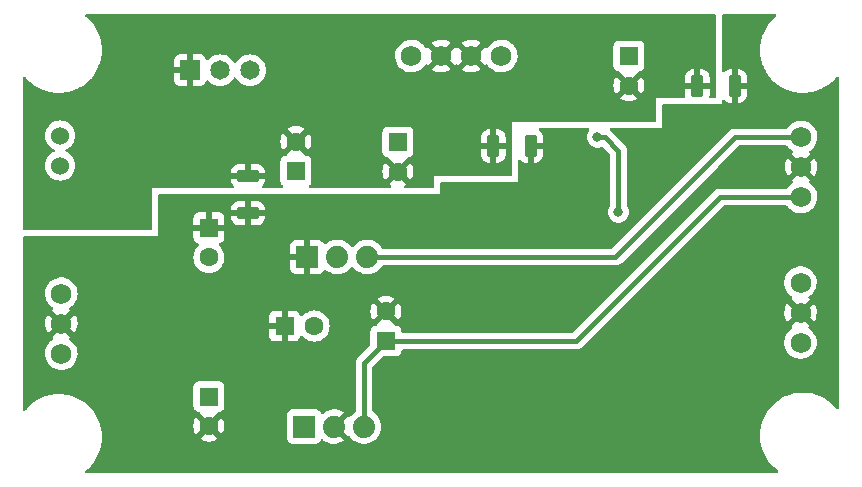
<source format=gbr>
%TF.GenerationSoftware,KiCad,Pcbnew,(6.0.9)*%
%TF.CreationDate,2022-11-12T23:53:35-05:00*%
%TF.ProjectId,CurrentSense_PS,43757272-656e-4745-9365-6e73655f5053,rev?*%
%TF.SameCoordinates,Original*%
%TF.FileFunction,Copper,L2,Bot*%
%TF.FilePolarity,Positive*%
%FSLAX46Y46*%
G04 Gerber Fmt 4.6, Leading zero omitted, Abs format (unit mm)*
G04 Created by KiCad (PCBNEW (6.0.9)) date 2022-11-12 23:53:35*
%MOMM*%
%LPD*%
G01*
G04 APERTURE LIST*
G04 Aperture macros list*
%AMRoundRect*
0 Rectangle with rounded corners*
0 $1 Rounding radius*
0 $2 $3 $4 $5 $6 $7 $8 $9 X,Y pos of 4 corners*
0 Add a 4 corners polygon primitive as box body*
4,1,4,$2,$3,$4,$5,$6,$7,$8,$9,$2,$3,0*
0 Add four circle primitives for the rounded corners*
1,1,$1+$1,$2,$3*
1,1,$1+$1,$4,$5*
1,1,$1+$1,$6,$7*
1,1,$1+$1,$8,$9*
0 Add four rect primitives between the rounded corners*
20,1,$1+$1,$2,$3,$4,$5,0*
20,1,$1+$1,$4,$5,$6,$7,0*
20,1,$1+$1,$6,$7,$8,$9,0*
20,1,$1+$1,$8,$9,$2,$3,0*%
G04 Aperture macros list end*
%TA.AperFunction,ComponentPad*%
%ADD10R,1.600000X1.600000*%
%TD*%
%TA.AperFunction,ComponentPad*%
%ADD11C,1.600000*%
%TD*%
%TA.AperFunction,ComponentPad*%
%ADD12R,1.651000X1.651000*%
%TD*%
%TA.AperFunction,ComponentPad*%
%ADD13C,1.651000*%
%TD*%
%TA.AperFunction,ComponentPad*%
%ADD14C,1.524000*%
%TD*%
%TA.AperFunction,ComponentPad*%
%ADD15C,1.727200*%
%TD*%
%TA.AperFunction,ComponentPad*%
%ADD16R,1.879600X1.879600*%
%TD*%
%TA.AperFunction,ComponentPad*%
%ADD17C,1.879600*%
%TD*%
%TA.AperFunction,SMDPad,CuDef*%
%ADD18RoundRect,0.250000X-0.700000X0.275000X-0.700000X-0.275000X0.700000X-0.275000X0.700000X0.275000X0*%
%TD*%
%TA.AperFunction,SMDPad,CuDef*%
%ADD19RoundRect,0.250000X-0.275000X-0.700000X0.275000X-0.700000X0.275000X0.700000X-0.275000X0.700000X0*%
%TD*%
%TA.AperFunction,ViaPad*%
%ADD20C,0.800000*%
%TD*%
%TA.AperFunction,Conductor*%
%ADD21C,0.406400*%
%TD*%
G04 APERTURE END LIST*
D10*
%TO.P,C4,1*%
%TO.N,Net-(BR1-Pad1)*%
X74422000Y-93853000D03*
D11*
%TO.P,C4,2*%
%TO.N,GNDA*%
X74422000Y-96353000D03*
%TD*%
D12*
%TO.P,CR1,1,ADJ/GND*%
%TO.N,GNDD*%
X72826600Y-66217800D03*
D13*
%TO.P,CR1,2,OUTPUT*%
%TO.N,/+5VDD*%
X75366600Y-66217800D03*
%TO.P,CR1,3,INPUT*%
%TO.N,Net-(C1-Pad1)*%
X77906600Y-66217800D03*
%TD*%
D14*
%TO.P,J1,1,1*%
%TO.N,Net-(J1-Pad1)*%
X61823600Y-74295000D03*
%TO.P,J1,2,2*%
%TO.N,Net-(IC1-Pad3)*%
X61823600Y-71755000D03*
%TD*%
D10*
%TO.P,C7,1*%
%TO.N,GNDA*%
X80836888Y-87884000D03*
D11*
%TO.P,C7,2*%
%TO.N,/-15VAA*%
X83336888Y-87884000D03*
%TD*%
D15*
%TO.P,J3,1,1*%
%TO.N,Net-(J3-Pad1)*%
X61925200Y-90220800D03*
%TO.P,J3,2,2*%
%TO.N,GNDA*%
X61925200Y-87680800D03*
%TO.P,J3,3,3*%
%TO.N,Net-(J3-Pad3)*%
X61925200Y-85140800D03*
%TD*%
%TO.P,J4,1,1*%
%TO.N,/-15VAA*%
X124561600Y-71882000D03*
%TO.P,J4,2,2*%
%TO.N,GNDA*%
X124561600Y-74422000D03*
%TO.P,J4,3,3*%
%TO.N,/+15VAA*%
X124561600Y-76962000D03*
%TD*%
D10*
%TO.P,C3,1*%
%TO.N,/+3.3VDD*%
X109982000Y-65024000D03*
D11*
%TO.P,C3,2*%
%TO.N,GNDD*%
X109982000Y-67524000D03*
%TD*%
D10*
%TO.P,C5,1*%
%TO.N,GNDA*%
X74422000Y-79566888D03*
D11*
%TO.P,C5,2*%
%TO.N,Net-(BR1-Pad2)*%
X74422000Y-82066888D03*
%TD*%
D10*
%TO.P,C2,1*%
%TO.N,/+5VDD*%
X90424000Y-72303000D03*
D11*
%TO.P,C2,2*%
%TO.N,GNDD*%
X90424000Y-74803000D03*
%TD*%
D15*
%TO.P,J5,1,1*%
%TO.N,/-5VAA*%
X124511000Y-84201000D03*
%TO.P,J5,2,2*%
%TO.N,GNDA*%
X124511000Y-86741000D03*
%TO.P,J5,3,3*%
%TO.N,/+5VAA*%
X124511000Y-89281000D03*
%TD*%
D16*
%TO.P,U3,1,GND*%
%TO.N,GNDA*%
X82732600Y-82042000D03*
D17*
%TO.P,U3,2,IN*%
%TO.N,Net-(BR1-Pad2)*%
X85272600Y-82042000D03*
%TO.P,U3,3,OUT*%
%TO.N,/-15VAA*%
X87812600Y-82042000D03*
%TD*%
D16*
%TO.P,U2,1,IN*%
%TO.N,Net-(BR1-Pad1)*%
X82478600Y-96393000D03*
D17*
%TO.P,U2,2,GND*%
%TO.N,GNDA*%
X85018600Y-96393000D03*
%TO.P,U2,3,OUT*%
%TO.N,/+15VAA*%
X87558600Y-96393000D03*
%TD*%
D10*
%TO.P,C6,1*%
%TO.N,/+15VAA*%
X89408000Y-89154000D03*
D11*
%TO.P,C6,2*%
%TO.N,GNDA*%
X89408000Y-86654000D03*
%TD*%
D10*
%TO.P,C1,1*%
%TO.N,Net-(C1-Pad1)*%
X81788000Y-74778112D03*
D11*
%TO.P,C1,2*%
%TO.N,GNDD*%
X81788000Y-72278112D03*
%TD*%
D15*
%TO.P,J2,1,1*%
%TO.N,/+5VDD*%
X91567000Y-65024000D03*
%TO.P,J2,2,2*%
%TO.N,GNDD*%
X94107000Y-65024000D03*
%TO.P,J2,3,3*%
X96647000Y-65024000D03*
%TO.P,J2,4,4*%
%TO.N,/+3.3VDD*%
X99187000Y-65024000D03*
%TD*%
D18*
%TO.P,L6,1,1*%
%TO.N,GNDD*%
X77724000Y-75184000D03*
%TO.P,L6,2,2*%
%TO.N,GNDA*%
X77724000Y-78334000D03*
%TD*%
D19*
%TO.P,L5,1,1*%
%TO.N,GNDD*%
X115773000Y-67564000D03*
%TO.P,L5,2,2*%
%TO.N,GNDA*%
X118923000Y-67564000D03*
%TD*%
%TO.P,L4,1,1*%
%TO.N,GNDD*%
X98501000Y-72644000D03*
%TO.P,L4,2,2*%
%TO.N,GNDA*%
X101651000Y-72644000D03*
%TD*%
D20*
%TO.N,GNDD*%
X74168000Y-69088000D03*
X95504000Y-68072000D03*
X67564000Y-62484000D03*
X83820000Y-69596000D03*
X114300000Y-63500000D03*
X76200000Y-73152000D03*
X67564000Y-65024000D03*
X92964000Y-69596000D03*
X73660000Y-73152000D03*
X64516000Y-73152000D03*
X82296000Y-66548000D03*
X67564000Y-68072000D03*
X94996000Y-62992000D03*
X86868000Y-71120000D03*
X67564000Y-73660000D03*
X72644000Y-62992000D03*
X61976000Y-69088000D03*
X94488000Y-72644000D03*
%TO.N,GNDA*%
X127000000Y-71120000D03*
X84328000Y-91948000D03*
X89916000Y-79248000D03*
X120396000Y-63500000D03*
X60452000Y-92964000D03*
X127000000Y-77724000D03*
X119380000Y-87884000D03*
X64897000Y-86106000D03*
X115824000Y-81788000D03*
X94488000Y-86868000D03*
X77724000Y-87884000D03*
X98044000Y-86868000D03*
X114808000Y-78232000D03*
X112776000Y-85344000D03*
X85852000Y-89408000D03*
X91440000Y-92456000D03*
X78232000Y-80264000D03*
X77724000Y-90424000D03*
X127000000Y-89916000D03*
X59944000Y-83312000D03*
X115824000Y-86868000D03*
X127000000Y-83312000D03*
X93472000Y-99060000D03*
X119380000Y-85852000D03*
X98552000Y-99060000D03*
X119888000Y-74168000D03*
X109220000Y-83312000D03*
X102616000Y-99060000D03*
X70612000Y-81280000D03*
X118872000Y-97536000D03*
X77724000Y-98552000D03*
X67056000Y-97536000D03*
X102616000Y-86868000D03*
X115316000Y-94996000D03*
%TO.N,/-5VAA*%
X107315000Y-71882000D03*
X109093000Y-78232000D03*
%TD*%
D21*
%TO.N,/+15VAA*%
X87558600Y-91003400D02*
X87558600Y-96393000D01*
X117729000Y-76962000D02*
X105537000Y-89154000D01*
X89408000Y-89154000D02*
X87558600Y-91003400D01*
X124561600Y-76962000D02*
X117729000Y-76962000D01*
X105537000Y-89154000D02*
X89408000Y-89154000D01*
%TO.N,/-15VAA*%
X118999000Y-71882000D02*
X108839000Y-82042000D01*
X108839000Y-82042000D02*
X87812600Y-82042000D01*
X124561600Y-71882000D02*
X118999000Y-71882000D01*
%TO.N,/-5VAA*%
X107315000Y-71882000D02*
X107950000Y-71882000D01*
X109093000Y-73025000D02*
X109093000Y-78232000D01*
X107950000Y-71882000D02*
X109093000Y-73025000D01*
%TD*%
%TA.AperFunction,Conductor*%
%TO.N,GNDA*%
G36*
X122417558Y-61488502D02*
G01*
X122464051Y-61542158D01*
X122474155Y-61612432D01*
X122444661Y-61677012D01*
X122428731Y-61692420D01*
X122341055Y-61763419D01*
X122280047Y-61812822D01*
X122010822Y-62082047D01*
X122008737Y-62084622D01*
X121773295Y-62375368D01*
X121773288Y-62375377D01*
X121771213Y-62377940D01*
X121563846Y-62697257D01*
X121390992Y-63036502D01*
X121389808Y-63039587D01*
X121269579Y-63352794D01*
X121254546Y-63391955D01*
X121156003Y-63759724D01*
X121124345Y-63959608D01*
X121099654Y-64115500D01*
X121096442Y-64135779D01*
X121076515Y-64516000D01*
X121096442Y-64896221D01*
X121096955Y-64899461D01*
X121096956Y-64899469D01*
X121106458Y-64959461D01*
X121156003Y-65272276D01*
X121254546Y-65640045D01*
X121255731Y-65643133D01*
X121255732Y-65643135D01*
X121278661Y-65702866D01*
X121390992Y-65995498D01*
X121392490Y-65998438D01*
X121559262Y-66325745D01*
X121563846Y-66334742D01*
X121565642Y-66337508D01*
X121565644Y-66337511D01*
X121608152Y-66402967D01*
X121771213Y-66654060D01*
X122010822Y-66949953D01*
X122280047Y-67219178D01*
X122575940Y-67458787D01*
X122895258Y-67666154D01*
X122898192Y-67667649D01*
X122898199Y-67667653D01*
X123196551Y-67819671D01*
X123234502Y-67839008D01*
X123589955Y-67975454D01*
X123957724Y-68073997D01*
X124157608Y-68105655D01*
X124330531Y-68133044D01*
X124330539Y-68133045D01*
X124333779Y-68133558D01*
X124618883Y-68148500D01*
X124809117Y-68148500D01*
X125094221Y-68133558D01*
X125097461Y-68133045D01*
X125097469Y-68133044D01*
X125270392Y-68105655D01*
X125470276Y-68073997D01*
X125838045Y-67975454D01*
X126193498Y-67839008D01*
X126231449Y-67819671D01*
X126529801Y-67667653D01*
X126529808Y-67667649D01*
X126532742Y-67666154D01*
X126852060Y-67458787D01*
X127147953Y-67219178D01*
X127417178Y-66949953D01*
X127524918Y-66816905D01*
X127537580Y-66801269D01*
X127595994Y-66760917D01*
X127666951Y-66758551D01*
X127727923Y-66794924D01*
X127759551Y-66858487D01*
X127761500Y-66880563D01*
X127761500Y-94790437D01*
X127741498Y-94858558D01*
X127687842Y-94905051D01*
X127617568Y-94915155D01*
X127552988Y-94885661D01*
X127537580Y-94869731D01*
X127419263Y-94723622D01*
X127417178Y-94721047D01*
X127147953Y-94451822D01*
X126852060Y-94212213D01*
X126532742Y-94004846D01*
X126529808Y-94003351D01*
X126529801Y-94003347D01*
X126196438Y-93833490D01*
X126193498Y-93831992D01*
X125838045Y-93695546D01*
X125470276Y-93597003D01*
X125270392Y-93565345D01*
X125097469Y-93537956D01*
X125097461Y-93537955D01*
X125094221Y-93537442D01*
X124809117Y-93522500D01*
X124618883Y-93522500D01*
X124333779Y-93537442D01*
X124330539Y-93537955D01*
X124330531Y-93537956D01*
X124157608Y-93565345D01*
X123957724Y-93597003D01*
X123589955Y-93695546D01*
X123234502Y-93831992D01*
X123231562Y-93833490D01*
X122898199Y-94003347D01*
X122898192Y-94003351D01*
X122895258Y-94004846D01*
X122575940Y-94212213D01*
X122280047Y-94451822D01*
X122010822Y-94721047D01*
X122008737Y-94723622D01*
X121773295Y-95014368D01*
X121773288Y-95014377D01*
X121771213Y-95016940D01*
X121563846Y-95336257D01*
X121390992Y-95675502D01*
X121254546Y-96030955D01*
X121156003Y-96398724D01*
X121135888Y-96525724D01*
X121104323Y-96725022D01*
X121096442Y-96774779D01*
X121076515Y-97155000D01*
X121096442Y-97535221D01*
X121096955Y-97538461D01*
X121096956Y-97538469D01*
X121113770Y-97644625D01*
X121156003Y-97911276D01*
X121254546Y-98279045D01*
X121390992Y-98634498D01*
X121563846Y-98973742D01*
X121771213Y-99293060D01*
X122010822Y-99588953D01*
X122280047Y-99858178D01*
X122575940Y-100097787D01*
X122578715Y-100099589D01*
X122581382Y-100101527D01*
X122580319Y-100102989D01*
X122622084Y-100151360D01*
X122632064Y-100221652D01*
X122602456Y-100286181D01*
X122542663Y-100324459D01*
X122507378Y-100329500D01*
X64086563Y-100329500D01*
X64018442Y-100309498D01*
X63971949Y-100255842D01*
X63961845Y-100185568D01*
X63991339Y-100120988D01*
X64007269Y-100105580D01*
X64153378Y-99987263D01*
X64155953Y-99985178D01*
X64425178Y-99715953D01*
X64526122Y-99591297D01*
X64662705Y-99422632D01*
X64662712Y-99422623D01*
X64664787Y-99420060D01*
X64872154Y-99100743D01*
X65045008Y-98761498D01*
X65181454Y-98406045D01*
X65279997Y-98038276D01*
X65315674Y-97813022D01*
X65339044Y-97665469D01*
X65339045Y-97665461D01*
X65339558Y-97662221D01*
X65351254Y-97439062D01*
X73700493Y-97439062D01*
X73709789Y-97451077D01*
X73760994Y-97486931D01*
X73770489Y-97492414D01*
X73967947Y-97584490D01*
X73978239Y-97588236D01*
X74188688Y-97644625D01*
X74199481Y-97646528D01*
X74416525Y-97665517D01*
X74427475Y-97665517D01*
X74644519Y-97646528D01*
X74655312Y-97644625D01*
X74865761Y-97588236D01*
X74876053Y-97584490D01*
X75073511Y-97492414D01*
X75083006Y-97486931D01*
X75135048Y-97450491D01*
X75143424Y-97440012D01*
X75136356Y-97426566D01*
X75090724Y-97380934D01*
X81030300Y-97380934D01*
X81037055Y-97443116D01*
X81088185Y-97579505D01*
X81175539Y-97696061D01*
X81292095Y-97783415D01*
X81428484Y-97834545D01*
X81490666Y-97841300D01*
X83466534Y-97841300D01*
X83528716Y-97834545D01*
X83665105Y-97783415D01*
X83781661Y-97696061D01*
X83869015Y-97579505D01*
X83880908Y-97547781D01*
X83923550Y-97491016D01*
X83990112Y-97466317D01*
X84059460Y-97481525D01*
X84079375Y-97495067D01*
X84181356Y-97579733D01*
X84189787Y-97585638D01*
X84386424Y-97700543D01*
X84395707Y-97704990D01*
X84608461Y-97786233D01*
X84618363Y-97789110D01*
X84841511Y-97834510D01*
X84851763Y-97835733D01*
X85079338Y-97844077D01*
X85089624Y-97843610D01*
X85315515Y-97814673D01*
X85325601Y-97812530D01*
X85543728Y-97747088D01*
X85553323Y-97743328D01*
X85757837Y-97643137D01*
X85766683Y-97637863D01*
X85832231Y-97591108D01*
X85840632Y-97580408D01*
X85833644Y-97567255D01*
X84748485Y-96482095D01*
X84714459Y-96419783D01*
X84716294Y-96394132D01*
X85383008Y-96394132D01*
X85383139Y-96395966D01*
X85387390Y-96402580D01*
X86193426Y-97208615D01*
X86206696Y-97215861D01*
X86268605Y-97192078D01*
X86338123Y-97206490D01*
X86380499Y-97243245D01*
X86383174Y-97246899D01*
X86385874Y-97251306D01*
X86541804Y-97431317D01*
X86725042Y-97583444D01*
X86729494Y-97586046D01*
X86729499Y-97586049D01*
X86859852Y-97662221D01*
X86930665Y-97703601D01*
X87153152Y-97788560D01*
X87158218Y-97789591D01*
X87158219Y-97789591D01*
X87212556Y-97800646D01*
X87386528Y-97836041D01*
X87519884Y-97840931D01*
X87619360Y-97844579D01*
X87619364Y-97844579D01*
X87624524Y-97844768D01*
X87629644Y-97844112D01*
X87629646Y-97844112D01*
X87855623Y-97815164D01*
X87855624Y-97815164D01*
X87860751Y-97814507D01*
X87945403Y-97789110D01*
X88083916Y-97747554D01*
X88083917Y-97747553D01*
X88088862Y-97746070D01*
X88302733Y-97641295D01*
X88306936Y-97638297D01*
X88306941Y-97638294D01*
X88492416Y-97505996D01*
X88492418Y-97505994D01*
X88496620Y-97502997D01*
X88665316Y-97334889D01*
X88804290Y-97141486D01*
X88837394Y-97074507D01*
X88907517Y-96932624D01*
X88907518Y-96932622D01*
X88909811Y-96927982D01*
X88971475Y-96725022D01*
X88977541Y-96705055D01*
X88977541Y-96705054D01*
X88979043Y-96700111D01*
X88995446Y-96575519D01*
X89009692Y-96467313D01*
X89009692Y-96467309D01*
X89010129Y-96463992D01*
X89010211Y-96460640D01*
X89011782Y-96396365D01*
X89011782Y-96396361D01*
X89011864Y-96393000D01*
X88992350Y-96155644D01*
X88934331Y-95924663D01*
X88839367Y-95706259D01*
X88836282Y-95701489D01*
X88761432Y-95585790D01*
X88710006Y-95506298D01*
X88549724Y-95330150D01*
X88545673Y-95326951D01*
X88545669Y-95326947D01*
X88366878Y-95185747D01*
X88366873Y-95185744D01*
X88362824Y-95182546D01*
X88358305Y-95180052D01*
X88358300Y-95180048D01*
X88335405Y-95167409D01*
X88285435Y-95116975D01*
X88270300Y-95057101D01*
X88270300Y-91350386D01*
X88290302Y-91282265D01*
X88307205Y-91261290D01*
X89069092Y-90499404D01*
X89131404Y-90465379D01*
X89158187Y-90462500D01*
X90256134Y-90462500D01*
X90318316Y-90455745D01*
X90454705Y-90404615D01*
X90571261Y-90317261D01*
X90658615Y-90200705D01*
X90709745Y-90064316D01*
X90716500Y-90002134D01*
X90716500Y-89991700D01*
X90736502Y-89923579D01*
X90790158Y-89877086D01*
X90842500Y-89865700D01*
X105507970Y-89865700D01*
X105516540Y-89865992D01*
X105566946Y-89869429D01*
X105566950Y-89869429D01*
X105574521Y-89869945D01*
X105581997Y-89868640D01*
X105582000Y-89868640D01*
X105637783Y-89858904D01*
X105644308Y-89857941D01*
X105700467Y-89851145D01*
X105700468Y-89851145D01*
X105708011Y-89850232D01*
X105715119Y-89847546D01*
X105717419Y-89846981D01*
X105734480Y-89842314D01*
X105736734Y-89841634D01*
X105744215Y-89840328D01*
X105803005Y-89814521D01*
X105809102Y-89812033D01*
X105862047Y-89792027D01*
X105862050Y-89792026D01*
X105869149Y-89789343D01*
X105875404Y-89785044D01*
X105877495Y-89783951D01*
X105892957Y-89775345D01*
X105894991Y-89774142D01*
X105901946Y-89771089D01*
X105907971Y-89766466D01*
X105907976Y-89766463D01*
X105952874Y-89732012D01*
X105958209Y-89728136D01*
X106004847Y-89696082D01*
X106004853Y-89696077D01*
X106011112Y-89691775D01*
X106052764Y-89645026D01*
X106057744Y-89639751D01*
X106450133Y-89247362D01*
X123134609Y-89247362D01*
X123134906Y-89252514D01*
X123134906Y-89252518D01*
X123140562Y-89350613D01*
X123147597Y-89472614D01*
X123148734Y-89477660D01*
X123148735Y-89477666D01*
X123169587Y-89570191D01*
X123197200Y-89692720D01*
X123199142Y-89697502D01*
X123199143Y-89697506D01*
X123272063Y-89877086D01*
X123282086Y-89901769D01*
X123284785Y-89906173D01*
X123386229Y-90071715D01*
X123399975Y-90094147D01*
X123547702Y-90264687D01*
X123721299Y-90408810D01*
X123725751Y-90411412D01*
X123725756Y-90411415D01*
X123909335Y-90518690D01*
X123916103Y-90522645D01*
X124126884Y-90603134D01*
X124131952Y-90604165D01*
X124131955Y-90604166D01*
X124239440Y-90626034D01*
X124347981Y-90648117D01*
X124353156Y-90648307D01*
X124353158Y-90648307D01*
X124568292Y-90656196D01*
X124568296Y-90656196D01*
X124573456Y-90656385D01*
X124578576Y-90655729D01*
X124578578Y-90655729D01*
X124647985Y-90646838D01*
X124797253Y-90627716D01*
X124802202Y-90626231D01*
X124802208Y-90626230D01*
X125008413Y-90564365D01*
X125008412Y-90564365D01*
X125013363Y-90562880D01*
X125142934Y-90499404D01*
X125211331Y-90465897D01*
X125211336Y-90465894D01*
X125215982Y-90463618D01*
X125220192Y-90460615D01*
X125220197Y-90460612D01*
X125395455Y-90335601D01*
X125395459Y-90335597D01*
X125399667Y-90332596D01*
X125559487Y-90173333D01*
X125691150Y-89990105D01*
X125756273Y-89858339D01*
X125788824Y-89792477D01*
X125788825Y-89792475D01*
X125791118Y-89787835D01*
X125856708Y-89571952D01*
X125869786Y-89472614D01*
X125885721Y-89351578D01*
X125885722Y-89351572D01*
X125886158Y-89348256D01*
X125887802Y-89281000D01*
X125869315Y-89056132D01*
X125814349Y-88837304D01*
X125724380Y-88630391D01*
X125683973Y-88567931D01*
X125604634Y-88445291D01*
X125604632Y-88445288D01*
X125601826Y-88440951D01*
X125449977Y-88274071D01*
X125445926Y-88270872D01*
X125445922Y-88270868D01*
X125276966Y-88137434D01*
X125276962Y-88137432D01*
X125272911Y-88134232D01*
X125268387Y-88131734D01*
X125268383Y-88131732D01*
X125249049Y-88121059D01*
X125199079Y-88070627D01*
X125184307Y-88001184D01*
X125209423Y-87934779D01*
X125236774Y-87908173D01*
X125269998Y-87884474D01*
X125278399Y-87873774D01*
X125271411Y-87860621D01*
X124523812Y-87113022D01*
X124509868Y-87105408D01*
X124508035Y-87105539D01*
X124501420Y-87109790D01*
X123747794Y-87863416D01*
X123741034Y-87875796D01*
X123746316Y-87882851D01*
X123775545Y-87899932D01*
X123824269Y-87951571D01*
X123837339Y-88021354D01*
X123810607Y-88087125D01*
X123779932Y-88114608D01*
X123777335Y-88115960D01*
X123773202Y-88119063D01*
X123773199Y-88119065D01*
X123601040Y-88248325D01*
X123596905Y-88251430D01*
X123441024Y-88414550D01*
X123313878Y-88600940D01*
X123311704Y-88605624D01*
X123311702Y-88605627D01*
X123221282Y-88800421D01*
X123218881Y-88805593D01*
X123158585Y-89023013D01*
X123134609Y-89247362D01*
X106450133Y-89247362D01*
X108984965Y-86712530D01*
X123135407Y-86712530D01*
X123147795Y-86927375D01*
X123149231Y-86937596D01*
X123196542Y-87147528D01*
X123199621Y-87157356D01*
X123280586Y-87356748D01*
X123285239Y-87365959D01*
X123367569Y-87500308D01*
X123378027Y-87509770D01*
X123386803Y-87505987D01*
X124138978Y-86753812D01*
X124145356Y-86742132D01*
X124875408Y-86742132D01*
X124875539Y-86743965D01*
X124879790Y-86750580D01*
X125631219Y-87502009D01*
X125643230Y-87508568D01*
X125654969Y-87499600D01*
X125687699Y-87454050D01*
X125693014Y-87445205D01*
X125788358Y-87252292D01*
X125792156Y-87242699D01*
X125854715Y-87036793D01*
X125856893Y-87026720D01*
X125885221Y-86811550D01*
X125885740Y-86804882D01*
X125887219Y-86744365D01*
X125887025Y-86737646D01*
X125869244Y-86521375D01*
X125867559Y-86511195D01*
X125815133Y-86302477D01*
X125811813Y-86292726D01*
X125725999Y-86095365D01*
X125721133Y-86086290D01*
X125653899Y-85982364D01*
X125643212Y-85973160D01*
X125633647Y-85977563D01*
X124883022Y-86728188D01*
X124875408Y-86742132D01*
X124145356Y-86742132D01*
X124146592Y-86739868D01*
X124146461Y-86738035D01*
X124142210Y-86731420D01*
X123391062Y-85980272D01*
X123379526Y-85973972D01*
X123367243Y-85983595D01*
X123317225Y-86056918D01*
X123312137Y-86065874D01*
X123221530Y-86261071D01*
X123217967Y-86270758D01*
X123160459Y-86478124D01*
X123158528Y-86488244D01*
X123135659Y-86702241D01*
X123135407Y-86712530D01*
X108984965Y-86712530D01*
X111530133Y-84167362D01*
X123134609Y-84167362D01*
X123134906Y-84172514D01*
X123134906Y-84172518D01*
X123140562Y-84270613D01*
X123147597Y-84392614D01*
X123148734Y-84397660D01*
X123148735Y-84397666D01*
X123169587Y-84490191D01*
X123197200Y-84612720D01*
X123199142Y-84617502D01*
X123199143Y-84617506D01*
X123235822Y-84707835D01*
X123282086Y-84821769D01*
X123399975Y-85014147D01*
X123547702Y-85184687D01*
X123721299Y-85328810D01*
X123725751Y-85331412D01*
X123725756Y-85331415D01*
X123775555Y-85360515D01*
X123824278Y-85412154D01*
X123837349Y-85481937D01*
X123810617Y-85547709D01*
X123779128Y-85575922D01*
X123773471Y-85579484D01*
X123750960Y-85596386D01*
X123742507Y-85607711D01*
X123749251Y-85620041D01*
X124498188Y-86368978D01*
X124512132Y-86376592D01*
X124513965Y-86376461D01*
X124520580Y-86372210D01*
X125274073Y-85618717D01*
X125281093Y-85605861D01*
X125273916Y-85596011D01*
X125268105Y-85592151D01*
X125249082Y-85581649D01*
X125199111Y-85531216D01*
X125184340Y-85461773D01*
X125209457Y-85395368D01*
X125236801Y-85368768D01*
X125399667Y-85252596D01*
X125559487Y-85093333D01*
X125691150Y-84910105D01*
X125791118Y-84707835D01*
X125856708Y-84491952D01*
X125886158Y-84268256D01*
X125887802Y-84201000D01*
X125869315Y-83976132D01*
X125814349Y-83757304D01*
X125724380Y-83550391D01*
X125667212Y-83462022D01*
X125604634Y-83365291D01*
X125604632Y-83365288D01*
X125601826Y-83360951D01*
X125449977Y-83194071D01*
X125445926Y-83190872D01*
X125445922Y-83190868D01*
X125276966Y-83057434D01*
X125276962Y-83057432D01*
X125272911Y-83054232D01*
X125075383Y-82945191D01*
X124862698Y-82869876D01*
X124802540Y-82859160D01*
X124645657Y-82831214D01*
X124645653Y-82831214D01*
X124640569Y-82830308D01*
X124568574Y-82829429D01*
X124420129Y-82827615D01*
X124420127Y-82827615D01*
X124414959Y-82827552D01*
X124191929Y-82861680D01*
X123977468Y-82931777D01*
X123777335Y-83035960D01*
X123773202Y-83039063D01*
X123773199Y-83039065D01*
X123622787Y-83151997D01*
X123596905Y-83171430D01*
X123441024Y-83334550D01*
X123313878Y-83520940D01*
X123311704Y-83525624D01*
X123311702Y-83525627D01*
X123302226Y-83546043D01*
X123218881Y-83725593D01*
X123158585Y-83943013D01*
X123134609Y-84167362D01*
X111530133Y-84167362D01*
X117986891Y-77710605D01*
X118049203Y-77676579D01*
X118075986Y-77673700D01*
X123317844Y-77673700D01*
X123385965Y-77693702D01*
X123425276Y-77733865D01*
X123447873Y-77770739D01*
X123447878Y-77770745D01*
X123450575Y-77775147D01*
X123598302Y-77945687D01*
X123771899Y-78089810D01*
X123776351Y-78092412D01*
X123776356Y-78092415D01*
X123865691Y-78144618D01*
X123966703Y-78203645D01*
X124177484Y-78284134D01*
X124182552Y-78285165D01*
X124182555Y-78285166D01*
X124291004Y-78307230D01*
X124398581Y-78329117D01*
X124403756Y-78329307D01*
X124403758Y-78329307D01*
X124618892Y-78337196D01*
X124618896Y-78337196D01*
X124624056Y-78337385D01*
X124629176Y-78336729D01*
X124629178Y-78336729D01*
X124698585Y-78327838D01*
X124847853Y-78308716D01*
X124852802Y-78307231D01*
X124852808Y-78307230D01*
X125059013Y-78245365D01*
X125059012Y-78245365D01*
X125063963Y-78243880D01*
X125159019Y-78197312D01*
X125261931Y-78146897D01*
X125261936Y-78146894D01*
X125266582Y-78144618D01*
X125270792Y-78141615D01*
X125270797Y-78141612D01*
X125446055Y-78016601D01*
X125446059Y-78016597D01*
X125450267Y-78013596D01*
X125610087Y-77854333D01*
X125741750Y-77671105D01*
X125841718Y-77468835D01*
X125907308Y-77252952D01*
X125936758Y-77029256D01*
X125938402Y-76962000D01*
X125919915Y-76737132D01*
X125864949Y-76518304D01*
X125774980Y-76311391D01*
X125671293Y-76151115D01*
X125655234Y-76126291D01*
X125655232Y-76126288D01*
X125652426Y-76121951D01*
X125500577Y-75955071D01*
X125496526Y-75951872D01*
X125496522Y-75951868D01*
X125327566Y-75818434D01*
X125327562Y-75818432D01*
X125323511Y-75815232D01*
X125318987Y-75812734D01*
X125318983Y-75812732D01*
X125299649Y-75802059D01*
X125249679Y-75751627D01*
X125234907Y-75682184D01*
X125260023Y-75615779D01*
X125287374Y-75589173D01*
X125320598Y-75565474D01*
X125328999Y-75554774D01*
X125322011Y-75541621D01*
X124574412Y-74794022D01*
X124560468Y-74786408D01*
X124558635Y-74786539D01*
X124552020Y-74790790D01*
X123798394Y-75544416D01*
X123791634Y-75556796D01*
X123796916Y-75563851D01*
X123826145Y-75580932D01*
X123874869Y-75632571D01*
X123887939Y-75702354D01*
X123861207Y-75768125D01*
X123830532Y-75795608D01*
X123827935Y-75796960D01*
X123823802Y-75800063D01*
X123823799Y-75800065D01*
X123651640Y-75929325D01*
X123647505Y-75932430D01*
X123643933Y-75936168D01*
X123506621Y-76079857D01*
X123491624Y-76095550D01*
X123423575Y-76195307D01*
X123368666Y-76240307D01*
X123319489Y-76250300D01*
X117758030Y-76250300D01*
X117749460Y-76250008D01*
X117699054Y-76246571D01*
X117699050Y-76246571D01*
X117691479Y-76246055D01*
X117684003Y-76247360D01*
X117684000Y-76247360D01*
X117628217Y-76257096D01*
X117621692Y-76258059D01*
X117565533Y-76264855D01*
X117565532Y-76264855D01*
X117557989Y-76265768D01*
X117550881Y-76268454D01*
X117548581Y-76269019D01*
X117531520Y-76273686D01*
X117529266Y-76274367D01*
X117521785Y-76275672D01*
X117514833Y-76278724D01*
X117514829Y-76278725D01*
X117463003Y-76301476D01*
X117456899Y-76303967D01*
X117396851Y-76326657D01*
X117390595Y-76330957D01*
X117388511Y-76332046D01*
X117373048Y-76340653D01*
X117371012Y-76341857D01*
X117364055Y-76344911D01*
X117313104Y-76384007D01*
X117307796Y-76387863D01*
X117261149Y-76419921D01*
X117261144Y-76419926D01*
X117254888Y-76424225D01*
X117249836Y-76429895D01*
X117249835Y-76429896D01*
X117213245Y-76470964D01*
X117208264Y-76476240D01*
X105279109Y-88405395D01*
X105216797Y-88439421D01*
X105190014Y-88442300D01*
X90842500Y-88442300D01*
X90774379Y-88422298D01*
X90727886Y-88368642D01*
X90716500Y-88316300D01*
X90716500Y-88305866D01*
X90709745Y-88243684D01*
X90658615Y-88107295D01*
X90571261Y-87990739D01*
X90454705Y-87903385D01*
X90318316Y-87852255D01*
X90274748Y-87847522D01*
X90259514Y-87845867D01*
X90259511Y-87845867D01*
X90256134Y-87845500D01*
X90252815Y-87845500D01*
X90185890Y-87821847D01*
X90150196Y-87775844D01*
X90148266Y-87776859D01*
X90142558Y-87766000D01*
X90142368Y-87765755D01*
X90142347Y-87765597D01*
X90122356Y-87727566D01*
X89420812Y-87026022D01*
X89406868Y-87018408D01*
X89405035Y-87018539D01*
X89398420Y-87022790D01*
X88692923Y-87728287D01*
X88670129Y-87770029D01*
X88667953Y-87780029D01*
X88617747Y-87830227D01*
X88564186Y-87845451D01*
X88563281Y-87845500D01*
X88559866Y-87845500D01*
X88556470Y-87845869D01*
X88556468Y-87845869D01*
X88544121Y-87847210D01*
X88497684Y-87852255D01*
X88361295Y-87903385D01*
X88244739Y-87990739D01*
X88157385Y-88107295D01*
X88106255Y-88243684D01*
X88099500Y-88305866D01*
X88099500Y-89403814D01*
X88079498Y-89471935D01*
X88062595Y-89492909D01*
X87075884Y-90479620D01*
X87069618Y-90485474D01*
X87039495Y-90511752D01*
X87025819Y-90523682D01*
X87021453Y-90529895D01*
X86988909Y-90576201D01*
X86984975Y-90581498D01*
X86950054Y-90626034D01*
X86950050Y-90626040D01*
X86945367Y-90632013D01*
X86942242Y-90638934D01*
X86941028Y-90640939D01*
X86932259Y-90656312D01*
X86931141Y-90658396D01*
X86926770Y-90664616D01*
X86924010Y-90671695D01*
X86924009Y-90671697D01*
X86903452Y-90724424D01*
X86900900Y-90730497D01*
X86874480Y-90789009D01*
X86873096Y-90796477D01*
X86872388Y-90798736D01*
X86867551Y-90815718D01*
X86866958Y-90818027D01*
X86864197Y-90825108D01*
X86863206Y-90832637D01*
X86863205Y-90832640D01*
X86855817Y-90888756D01*
X86854785Y-90895270D01*
X86844472Y-90950915D01*
X86843088Y-90958383D01*
X86843525Y-90965963D01*
X86843525Y-90965964D01*
X86846691Y-91020870D01*
X86846900Y-91028123D01*
X86846900Y-95054712D01*
X86826898Y-95122833D01*
X86788215Y-95161163D01*
X86784190Y-95163258D01*
X86780060Y-95166359D01*
X86780055Y-95166362D01*
X86599487Y-95301937D01*
X86593740Y-95306252D01*
X86429202Y-95478431D01*
X86386664Y-95540790D01*
X86331755Y-95585790D01*
X86261231Y-95593961D01*
X86209540Y-95569588D01*
X86207540Y-95569307D01*
X86196355Y-95574456D01*
X85390621Y-96380189D01*
X85383008Y-96394132D01*
X84716294Y-96394132D01*
X84719524Y-96348967D01*
X84748485Y-96303905D01*
X85018600Y-96033790D01*
X85835927Y-95216462D01*
X85842948Y-95203606D01*
X85835175Y-95192938D01*
X85826604Y-95186169D01*
X85818017Y-95180464D01*
X85618655Y-95070410D01*
X85609243Y-95066180D01*
X85394571Y-94990160D01*
X85384614Y-94987530D01*
X85160405Y-94947591D01*
X85150154Y-94946622D01*
X84922430Y-94943840D01*
X84912146Y-94944560D01*
X84687037Y-94979006D01*
X84677010Y-94981395D01*
X84460551Y-95052144D01*
X84451042Y-95056141D01*
X84249038Y-95161299D01*
X84240332Y-95166781D01*
X84073521Y-95292025D01*
X84007036Y-95316930D01*
X83937640Y-95301937D01*
X83887367Y-95251807D01*
X83879886Y-95235493D01*
X83872168Y-95214905D01*
X83872167Y-95214903D01*
X83869015Y-95206495D01*
X83781661Y-95089939D01*
X83665105Y-95002585D01*
X83528716Y-94951455D01*
X83466534Y-94944700D01*
X81490666Y-94944700D01*
X81428484Y-94951455D01*
X81292095Y-95002585D01*
X81175539Y-95089939D01*
X81088185Y-95206495D01*
X81037055Y-95342884D01*
X81030300Y-95405066D01*
X81030300Y-97380934D01*
X75090724Y-97380934D01*
X74434812Y-96725022D01*
X74420868Y-96717408D01*
X74419035Y-96717539D01*
X74412420Y-96721790D01*
X73706923Y-97427287D01*
X73700493Y-97439062D01*
X65351254Y-97439062D01*
X65359485Y-97282000D01*
X65339558Y-96901779D01*
X65279997Y-96525724D01*
X65235183Y-96358475D01*
X73109483Y-96358475D01*
X73128472Y-96575519D01*
X73130375Y-96586312D01*
X73186764Y-96796761D01*
X73190510Y-96807053D01*
X73282586Y-97004511D01*
X73288069Y-97014006D01*
X73324509Y-97066048D01*
X73334988Y-97074424D01*
X73348434Y-97067356D01*
X74049978Y-96365812D01*
X74056356Y-96354132D01*
X74786408Y-96354132D01*
X74786539Y-96355965D01*
X74790790Y-96362580D01*
X75496287Y-97068077D01*
X75508062Y-97074507D01*
X75520077Y-97065211D01*
X75555931Y-97014006D01*
X75561414Y-97004511D01*
X75653490Y-96807053D01*
X75657236Y-96796761D01*
X75713625Y-96586312D01*
X75715528Y-96575519D01*
X75734517Y-96358475D01*
X75734517Y-96347525D01*
X75715528Y-96130481D01*
X75713625Y-96119688D01*
X75657236Y-95909239D01*
X75653490Y-95898947D01*
X75561414Y-95701489D01*
X75555931Y-95691994D01*
X75519491Y-95639952D01*
X75509012Y-95631576D01*
X75495566Y-95638644D01*
X74794022Y-96340188D01*
X74786408Y-96354132D01*
X74056356Y-96354132D01*
X74057592Y-96351868D01*
X74057461Y-96350035D01*
X74053210Y-96343420D01*
X73347713Y-95637923D01*
X73335938Y-95631493D01*
X73323923Y-95640789D01*
X73288069Y-95691994D01*
X73282586Y-95701489D01*
X73190510Y-95898947D01*
X73186764Y-95909239D01*
X73130375Y-96119688D01*
X73128472Y-96130481D01*
X73109483Y-96347525D01*
X73109483Y-96358475D01*
X65235183Y-96358475D01*
X65181454Y-96157955D01*
X65045008Y-95802502D01*
X64962611Y-95640789D01*
X64873653Y-95466199D01*
X64873649Y-95466192D01*
X64872154Y-95463258D01*
X64793983Y-95342884D01*
X64676222Y-95161549D01*
X64664787Y-95143940D01*
X64425178Y-94848047D01*
X64278265Y-94701134D01*
X73113500Y-94701134D01*
X73120255Y-94763316D01*
X73171385Y-94899705D01*
X73258739Y-95016261D01*
X73375295Y-95103615D01*
X73511684Y-95154745D01*
X73555252Y-95159478D01*
X73570486Y-95161133D01*
X73570489Y-95161133D01*
X73573866Y-95161500D01*
X73577185Y-95161500D01*
X73644110Y-95185153D01*
X73679804Y-95231156D01*
X73681734Y-95230141D01*
X73687442Y-95241000D01*
X73687632Y-95241245D01*
X73687653Y-95241403D01*
X73707644Y-95279434D01*
X74409188Y-95980978D01*
X74423132Y-95988592D01*
X74424965Y-95988461D01*
X74431580Y-95984210D01*
X75137077Y-95278713D01*
X75159871Y-95236971D01*
X75162047Y-95226971D01*
X75212253Y-95176773D01*
X75265814Y-95161549D01*
X75266719Y-95161500D01*
X75270134Y-95161500D01*
X75273530Y-95161131D01*
X75273532Y-95161131D01*
X75285879Y-95159790D01*
X75332316Y-95154745D01*
X75468705Y-95103615D01*
X75585261Y-95016261D01*
X75672615Y-94899705D01*
X75723745Y-94763316D01*
X75730500Y-94701134D01*
X75730500Y-93004866D01*
X75723745Y-92942684D01*
X75672615Y-92806295D01*
X75585261Y-92689739D01*
X75468705Y-92602385D01*
X75332316Y-92551255D01*
X75270134Y-92544500D01*
X73573866Y-92544500D01*
X73511684Y-92551255D01*
X73375295Y-92602385D01*
X73258739Y-92689739D01*
X73171385Y-92806295D01*
X73120255Y-92942684D01*
X73113500Y-93004866D01*
X73113500Y-94701134D01*
X64278265Y-94701134D01*
X64155953Y-94578822D01*
X63860060Y-94339213D01*
X63540742Y-94131846D01*
X63537808Y-94130351D01*
X63537801Y-94130347D01*
X63204438Y-93960490D01*
X63201498Y-93958992D01*
X62870653Y-93831992D01*
X62849135Y-93823732D01*
X62849133Y-93823731D01*
X62846045Y-93822546D01*
X62478276Y-93724003D01*
X62278392Y-93692345D01*
X62105469Y-93664956D01*
X62105461Y-93664955D01*
X62102221Y-93664442D01*
X61817117Y-93649500D01*
X61626883Y-93649500D01*
X61341779Y-93664442D01*
X61338539Y-93664955D01*
X61338531Y-93664956D01*
X61165608Y-93692345D01*
X60965724Y-93724003D01*
X60597955Y-93822546D01*
X60594867Y-93823731D01*
X60594865Y-93823732D01*
X60573347Y-93831992D01*
X60242502Y-93958992D01*
X60239562Y-93960490D01*
X59906199Y-94130347D01*
X59906192Y-94130351D01*
X59903258Y-94131846D01*
X59583940Y-94339213D01*
X59288047Y-94578822D01*
X59018822Y-94848047D01*
X59001263Y-94869731D01*
X58898420Y-94996731D01*
X58840006Y-95037083D01*
X58769049Y-95039449D01*
X58708077Y-95003076D01*
X58676449Y-94939513D01*
X58674500Y-94917437D01*
X58674500Y-90187162D01*
X60548809Y-90187162D01*
X60549106Y-90192314D01*
X60549106Y-90192318D01*
X60554818Y-90291378D01*
X60561797Y-90412414D01*
X60562934Y-90417460D01*
X60562935Y-90417466D01*
X60586872Y-90523682D01*
X60611400Y-90632520D01*
X60613342Y-90637302D01*
X60613343Y-90637306D01*
X60678893Y-90798736D01*
X60696286Y-90841569D01*
X60814175Y-91033947D01*
X60961902Y-91204487D01*
X61135499Y-91348610D01*
X61139951Y-91351212D01*
X61139956Y-91351215D01*
X61229291Y-91403418D01*
X61330303Y-91462445D01*
X61541084Y-91542934D01*
X61546152Y-91543965D01*
X61546155Y-91543966D01*
X61654604Y-91566030D01*
X61762181Y-91587917D01*
X61767356Y-91588107D01*
X61767358Y-91588107D01*
X61982492Y-91595996D01*
X61982496Y-91595996D01*
X61987656Y-91596185D01*
X61992776Y-91595529D01*
X61992778Y-91595529D01*
X62062185Y-91586638D01*
X62211453Y-91567516D01*
X62216402Y-91566031D01*
X62216408Y-91566030D01*
X62422613Y-91504165D01*
X62422612Y-91504165D01*
X62427563Y-91502680D01*
X62522619Y-91456112D01*
X62625531Y-91405697D01*
X62625536Y-91405694D01*
X62630182Y-91403418D01*
X62634392Y-91400415D01*
X62634397Y-91400412D01*
X62809655Y-91275401D01*
X62809659Y-91275397D01*
X62813867Y-91272396D01*
X62973687Y-91113133D01*
X63105350Y-90929905D01*
X63205318Y-90727635D01*
X63267283Y-90523682D01*
X63269406Y-90516696D01*
X63269406Y-90516695D01*
X63270908Y-90511752D01*
X63278169Y-90456598D01*
X63299921Y-90291378D01*
X63299922Y-90291372D01*
X63300358Y-90288056D01*
X63302002Y-90220800D01*
X63283515Y-89995932D01*
X63228549Y-89777104D01*
X63138580Y-89570191D01*
X63075455Y-89472614D01*
X63018834Y-89385091D01*
X63018832Y-89385088D01*
X63016026Y-89380751D01*
X62864177Y-89213871D01*
X62860126Y-89210672D01*
X62860122Y-89210668D01*
X62691166Y-89077234D01*
X62691162Y-89077232D01*
X62687111Y-89074032D01*
X62682587Y-89071534D01*
X62682583Y-89071532D01*
X62663249Y-89060859D01*
X62613279Y-89010427D01*
X62598507Y-88940984D01*
X62623623Y-88874579D01*
X62650974Y-88847973D01*
X62684198Y-88824274D01*
X62692599Y-88813574D01*
X62685611Y-88800421D01*
X62613859Y-88728669D01*
X79528889Y-88728669D01*
X79529259Y-88735490D01*
X79534783Y-88786352D01*
X79538409Y-88801604D01*
X79583564Y-88922054D01*
X79592102Y-88937649D01*
X79668603Y-89039724D01*
X79681164Y-89052285D01*
X79783239Y-89128786D01*
X79798834Y-89137324D01*
X79919282Y-89182478D01*
X79934537Y-89186105D01*
X79985402Y-89191631D01*
X79992216Y-89192000D01*
X80564773Y-89192000D01*
X80580012Y-89187525D01*
X80581217Y-89186135D01*
X80582888Y-89178452D01*
X80582888Y-89173884D01*
X81090888Y-89173884D01*
X81095363Y-89189123D01*
X81096753Y-89190328D01*
X81104436Y-89191999D01*
X81681557Y-89191999D01*
X81688378Y-89191629D01*
X81739240Y-89186105D01*
X81754492Y-89182479D01*
X81874942Y-89137324D01*
X81890537Y-89128786D01*
X81992612Y-89052285D01*
X82005173Y-89039724D01*
X82081674Y-88937649D01*
X82090212Y-88922054D01*
X82138140Y-88794207D01*
X82140000Y-88794904D01*
X82170019Y-88742372D01*
X82232978Y-88709558D01*
X82303682Y-88715992D01*
X82346469Y-88744079D01*
X82492588Y-88890198D01*
X82497096Y-88893355D01*
X82497099Y-88893357D01*
X82538083Y-88922054D01*
X82680139Y-89021523D01*
X82685121Y-89023846D01*
X82685126Y-89023849D01*
X82799612Y-89077234D01*
X82887645Y-89118284D01*
X82892953Y-89119706D01*
X82892955Y-89119707D01*
X83103486Y-89176119D01*
X83103488Y-89176119D01*
X83108801Y-89177543D01*
X83336888Y-89197498D01*
X83564975Y-89177543D01*
X83570288Y-89176119D01*
X83570290Y-89176119D01*
X83780821Y-89119707D01*
X83780823Y-89119706D01*
X83786131Y-89118284D01*
X83874164Y-89077234D01*
X83988650Y-89023849D01*
X83988655Y-89023846D01*
X83993637Y-89021523D01*
X84135693Y-88922054D01*
X84176677Y-88893357D01*
X84176680Y-88893355D01*
X84181188Y-88890198D01*
X84343086Y-88728300D01*
X84356210Y-88709558D01*
X84428983Y-88605627D01*
X84474411Y-88540749D01*
X84476734Y-88535767D01*
X84476737Y-88535762D01*
X84568849Y-88338225D01*
X84568849Y-88338224D01*
X84571172Y-88333243D01*
X84578537Y-88305759D01*
X84629007Y-88117402D01*
X84629007Y-88117400D01*
X84630431Y-88112087D01*
X84650386Y-87884000D01*
X84630431Y-87655913D01*
X84621916Y-87624135D01*
X84572595Y-87440067D01*
X84572594Y-87440065D01*
X84571172Y-87434757D01*
X84563323Y-87417924D01*
X84476737Y-87232238D01*
X84476734Y-87232233D01*
X84474411Y-87227251D01*
X84383741Y-87097761D01*
X84346245Y-87044211D01*
X84346243Y-87044208D01*
X84343086Y-87039700D01*
X84181188Y-86877802D01*
X84176680Y-86874645D01*
X84176677Y-86874643D01*
X84004112Y-86753812D01*
X83993637Y-86746477D01*
X83988655Y-86744154D01*
X83988650Y-86744151D01*
X83807060Y-86659475D01*
X88095483Y-86659475D01*
X88114472Y-86876519D01*
X88116375Y-86887312D01*
X88172764Y-87097761D01*
X88176510Y-87108053D01*
X88268586Y-87305511D01*
X88274069Y-87315006D01*
X88310509Y-87367048D01*
X88320988Y-87375424D01*
X88334434Y-87368356D01*
X89035978Y-86666812D01*
X89042356Y-86655132D01*
X89772408Y-86655132D01*
X89772539Y-86656965D01*
X89776790Y-86663580D01*
X90482287Y-87369077D01*
X90494062Y-87375507D01*
X90506077Y-87366211D01*
X90541931Y-87315006D01*
X90547414Y-87305511D01*
X90639490Y-87108053D01*
X90643236Y-87097761D01*
X90699625Y-86887312D01*
X90701528Y-86876519D01*
X90720517Y-86659475D01*
X90720517Y-86648525D01*
X90701528Y-86431481D01*
X90699625Y-86420688D01*
X90643236Y-86210239D01*
X90639490Y-86199947D01*
X90547414Y-86002489D01*
X90541931Y-85992994D01*
X90505491Y-85940952D01*
X90495012Y-85932576D01*
X90481566Y-85939644D01*
X89780022Y-86641188D01*
X89772408Y-86655132D01*
X89042356Y-86655132D01*
X89043592Y-86652868D01*
X89043461Y-86651035D01*
X89039210Y-86644420D01*
X88333713Y-85938923D01*
X88321938Y-85932493D01*
X88309923Y-85941789D01*
X88274069Y-85992994D01*
X88268586Y-86002489D01*
X88176510Y-86199947D01*
X88172764Y-86210239D01*
X88116375Y-86420688D01*
X88114472Y-86431481D01*
X88095483Y-86648525D01*
X88095483Y-86659475D01*
X83807060Y-86659475D01*
X83791113Y-86652039D01*
X83791112Y-86652039D01*
X83786131Y-86649716D01*
X83780823Y-86648294D01*
X83780821Y-86648293D01*
X83570290Y-86591881D01*
X83570288Y-86591881D01*
X83564975Y-86590457D01*
X83336888Y-86570502D01*
X83108801Y-86590457D01*
X83103488Y-86591881D01*
X83103486Y-86591881D01*
X82892955Y-86648293D01*
X82892953Y-86648294D01*
X82887645Y-86649716D01*
X82882664Y-86652039D01*
X82882663Y-86652039D01*
X82685126Y-86744151D01*
X82685121Y-86744154D01*
X82680139Y-86746477D01*
X82669664Y-86753812D01*
X82497099Y-86874643D01*
X82497096Y-86874645D01*
X82492588Y-86877802D01*
X82346468Y-87023922D01*
X82284156Y-87057948D01*
X82213341Y-87052883D01*
X82156505Y-87010336D01*
X82139205Y-86973394D01*
X82138140Y-86973793D01*
X82090212Y-86845946D01*
X82081674Y-86830351D01*
X82005173Y-86728276D01*
X81992612Y-86715715D01*
X81890537Y-86639214D01*
X81874942Y-86630676D01*
X81754494Y-86585522D01*
X81739239Y-86581895D01*
X81688374Y-86576369D01*
X81681560Y-86576000D01*
X81109003Y-86576000D01*
X81093764Y-86580475D01*
X81092559Y-86581865D01*
X81090888Y-86589548D01*
X81090888Y-89173884D01*
X80582888Y-89173884D01*
X80582888Y-88156115D01*
X80578413Y-88140876D01*
X80577023Y-88139671D01*
X80569340Y-88138000D01*
X79547004Y-88138000D01*
X79531765Y-88142475D01*
X79530560Y-88143865D01*
X79528889Y-88151548D01*
X79528889Y-88728669D01*
X62613859Y-88728669D01*
X61938012Y-88052822D01*
X61924068Y-88045208D01*
X61922235Y-88045339D01*
X61915620Y-88049590D01*
X61161994Y-88803216D01*
X61155234Y-88815596D01*
X61160516Y-88822651D01*
X61189745Y-88839732D01*
X61238469Y-88891371D01*
X61251539Y-88961154D01*
X61224807Y-89026925D01*
X61194132Y-89054408D01*
X61191535Y-89055760D01*
X61187402Y-89058863D01*
X61187399Y-89058865D01*
X61015240Y-89188125D01*
X61011105Y-89191230D01*
X61007533Y-89194968D01*
X60861048Y-89348256D01*
X60855224Y-89354350D01*
X60728078Y-89540740D01*
X60725904Y-89545424D01*
X60725902Y-89545427D01*
X60657970Y-89691775D01*
X60633081Y-89745393D01*
X60572785Y-89962813D01*
X60548809Y-90187162D01*
X58674500Y-90187162D01*
X58674500Y-87652330D01*
X60549607Y-87652330D01*
X60561995Y-87867175D01*
X60563431Y-87877396D01*
X60610742Y-88087328D01*
X60613821Y-88097156D01*
X60694786Y-88296548D01*
X60699439Y-88305759D01*
X60781769Y-88440108D01*
X60792227Y-88449570D01*
X60801003Y-88445787D01*
X61553178Y-87693612D01*
X61559556Y-87681932D01*
X62289608Y-87681932D01*
X62289739Y-87683765D01*
X62293990Y-87690380D01*
X63045419Y-88441809D01*
X63057430Y-88448368D01*
X63069169Y-88439400D01*
X63101899Y-88393850D01*
X63107214Y-88385005D01*
X63202558Y-88192092D01*
X63206356Y-88182499D01*
X63268915Y-87976593D01*
X63271093Y-87966520D01*
X63299421Y-87751350D01*
X63299940Y-87744682D01*
X63301419Y-87684165D01*
X63301225Y-87677446D01*
X63295835Y-87611885D01*
X79528888Y-87611885D01*
X79533363Y-87627124D01*
X79534753Y-87628329D01*
X79542436Y-87630000D01*
X80564773Y-87630000D01*
X80580012Y-87625525D01*
X80581217Y-87624135D01*
X80582888Y-87616452D01*
X80582888Y-86594116D01*
X80578413Y-86578877D01*
X80577023Y-86577672D01*
X80569340Y-86576001D01*
X79992219Y-86576001D01*
X79985398Y-86576371D01*
X79934536Y-86581895D01*
X79919284Y-86585521D01*
X79798834Y-86630676D01*
X79783239Y-86639214D01*
X79681164Y-86715715D01*
X79668603Y-86728276D01*
X79592102Y-86830351D01*
X79583564Y-86845946D01*
X79538410Y-86966394D01*
X79534783Y-86981649D01*
X79529257Y-87032514D01*
X79528888Y-87039328D01*
X79528888Y-87611885D01*
X63295835Y-87611885D01*
X63283444Y-87461175D01*
X63281759Y-87450995D01*
X63229333Y-87242277D01*
X63226013Y-87232526D01*
X63140199Y-87035165D01*
X63135333Y-87026090D01*
X63068099Y-86922164D01*
X63057412Y-86912960D01*
X63047847Y-86917363D01*
X62297222Y-87667988D01*
X62289608Y-87681932D01*
X61559556Y-87681932D01*
X61560792Y-87679668D01*
X61560661Y-87677835D01*
X61556410Y-87671220D01*
X60805262Y-86920072D01*
X60793726Y-86913772D01*
X60781443Y-86923395D01*
X60731425Y-86996718D01*
X60726337Y-87005674D01*
X60635730Y-87200871D01*
X60632167Y-87210558D01*
X60574659Y-87417924D01*
X60572728Y-87428044D01*
X60549859Y-87642041D01*
X60549607Y-87652330D01*
X58674500Y-87652330D01*
X58674500Y-85107162D01*
X60548809Y-85107162D01*
X60549106Y-85112314D01*
X60549106Y-85112318D01*
X60554818Y-85211378D01*
X60561797Y-85332414D01*
X60562934Y-85337460D01*
X60562935Y-85337466D01*
X60590949Y-85461773D01*
X60611400Y-85552520D01*
X60613342Y-85557302D01*
X60613343Y-85557306D01*
X60650022Y-85647635D01*
X60696286Y-85761569D01*
X60698985Y-85765973D01*
X60806725Y-85941789D01*
X60814175Y-85953947D01*
X60961902Y-86124487D01*
X61135499Y-86268610D01*
X61139951Y-86271212D01*
X61139956Y-86271215D01*
X61189755Y-86300315D01*
X61238478Y-86351954D01*
X61251549Y-86421737D01*
X61224817Y-86487509D01*
X61193328Y-86515722D01*
X61187671Y-86519284D01*
X61165160Y-86536186D01*
X61156707Y-86547511D01*
X61163451Y-86559841D01*
X61912388Y-87308778D01*
X61926332Y-87316392D01*
X61928165Y-87316261D01*
X61934780Y-87312010D01*
X62688273Y-86558517D01*
X62695293Y-86545661D01*
X62688116Y-86535811D01*
X62682305Y-86531951D01*
X62663282Y-86521449D01*
X62613311Y-86471016D01*
X62598540Y-86401573D01*
X62623657Y-86335168D01*
X62651001Y-86308568D01*
X62813867Y-86192396D01*
X62973687Y-86033133D01*
X63105350Y-85849905D01*
X63205318Y-85647635D01*
X63229820Y-85566988D01*
X88686576Y-85566988D01*
X88693644Y-85580434D01*
X89395188Y-86281978D01*
X89409132Y-86289592D01*
X89410965Y-86289461D01*
X89417580Y-86285210D01*
X90123077Y-85579713D01*
X90129507Y-85567938D01*
X90120211Y-85555923D01*
X90069006Y-85520069D01*
X90059511Y-85514586D01*
X89862053Y-85422510D01*
X89851761Y-85418764D01*
X89641312Y-85362375D01*
X89630519Y-85360472D01*
X89413475Y-85341483D01*
X89402525Y-85341483D01*
X89185481Y-85360472D01*
X89174688Y-85362375D01*
X88964239Y-85418764D01*
X88953947Y-85422510D01*
X88756489Y-85514586D01*
X88746994Y-85520069D01*
X88694952Y-85556509D01*
X88686576Y-85566988D01*
X63229820Y-85566988D01*
X63261787Y-85461773D01*
X63269406Y-85436696D01*
X63269406Y-85436695D01*
X63270908Y-85431752D01*
X63280042Y-85362375D01*
X63299921Y-85211378D01*
X63299922Y-85211372D01*
X63300358Y-85208056D01*
X63302002Y-85140800D01*
X63283515Y-84915932D01*
X63228549Y-84697104D01*
X63138580Y-84490191D01*
X63016026Y-84300751D01*
X62864177Y-84133871D01*
X62860126Y-84130672D01*
X62860122Y-84130668D01*
X62691166Y-83997234D01*
X62691162Y-83997232D01*
X62687111Y-83994032D01*
X62489583Y-83884991D01*
X62276898Y-83809676D01*
X62226497Y-83800698D01*
X62059857Y-83771014D01*
X62059853Y-83771014D01*
X62054769Y-83770108D01*
X61982774Y-83769229D01*
X61834329Y-83767415D01*
X61834327Y-83767415D01*
X61829159Y-83767352D01*
X61606129Y-83801480D01*
X61391668Y-83871577D01*
X61191535Y-83975760D01*
X61187402Y-83978863D01*
X61187399Y-83978865D01*
X61162934Y-83997234D01*
X61011105Y-84111230D01*
X61007533Y-84114968D01*
X60861048Y-84268256D01*
X60855224Y-84274350D01*
X60728078Y-84460740D01*
X60725904Y-84465424D01*
X60725902Y-84465427D01*
X60713590Y-84491952D01*
X60633081Y-84665393D01*
X60572785Y-84882813D01*
X60548809Y-85107162D01*
X58674500Y-85107162D01*
X58674500Y-82066888D01*
X73108502Y-82066888D01*
X73128457Y-82294975D01*
X73129881Y-82300288D01*
X73129881Y-82300290D01*
X73177120Y-82476585D01*
X73187716Y-82516131D01*
X73190039Y-82521112D01*
X73190039Y-82521113D01*
X73282151Y-82718650D01*
X73282154Y-82718655D01*
X73284477Y-82723637D01*
X73331285Y-82790486D01*
X73388084Y-82871602D01*
X73415802Y-82911188D01*
X73577700Y-83073086D01*
X73582208Y-83076243D01*
X73582211Y-83076245D01*
X73659957Y-83130683D01*
X73765251Y-83204411D01*
X73770233Y-83206734D01*
X73770238Y-83206737D01*
X73967775Y-83298849D01*
X73972757Y-83301172D01*
X73978065Y-83302594D01*
X73978067Y-83302595D01*
X74188598Y-83359007D01*
X74188600Y-83359007D01*
X74193913Y-83360431D01*
X74422000Y-83380386D01*
X74650087Y-83360431D01*
X74655400Y-83359007D01*
X74655402Y-83359007D01*
X74865933Y-83302595D01*
X74865935Y-83302594D01*
X74871243Y-83301172D01*
X74876225Y-83298849D01*
X75073762Y-83206737D01*
X75073767Y-83206734D01*
X75078749Y-83204411D01*
X75184043Y-83130683D01*
X75261789Y-83076245D01*
X75261792Y-83076243D01*
X75266300Y-83073086D01*
X75312917Y-83026469D01*
X81284801Y-83026469D01*
X81285171Y-83033290D01*
X81290695Y-83084152D01*
X81294321Y-83099404D01*
X81339476Y-83219854D01*
X81348014Y-83235449D01*
X81424515Y-83337524D01*
X81437076Y-83350085D01*
X81539151Y-83426586D01*
X81554746Y-83435124D01*
X81675194Y-83480278D01*
X81690449Y-83483905D01*
X81741314Y-83489431D01*
X81748128Y-83489800D01*
X82460485Y-83489800D01*
X82475724Y-83485325D01*
X82476929Y-83483935D01*
X82478600Y-83476252D01*
X82478600Y-83471684D01*
X82986600Y-83471684D01*
X82991075Y-83486923D01*
X82992465Y-83488128D01*
X83000148Y-83489799D01*
X83717069Y-83489799D01*
X83723890Y-83489429D01*
X83774752Y-83483905D01*
X83790004Y-83480279D01*
X83910454Y-83435124D01*
X83926049Y-83426586D01*
X84028124Y-83350085D01*
X84040685Y-83337524D01*
X84117186Y-83235449D01*
X84125726Y-83219850D01*
X84134316Y-83196938D01*
X84176958Y-83140174D01*
X84243520Y-83115475D01*
X84312869Y-83130683D01*
X84332780Y-83144224D01*
X84439042Y-83232444D01*
X84443494Y-83235046D01*
X84443499Y-83235049D01*
X84618864Y-83337524D01*
X84644665Y-83352601D01*
X84867152Y-83437560D01*
X84872218Y-83438591D01*
X84872219Y-83438591D01*
X84926556Y-83449646D01*
X85100528Y-83485041D01*
X85230312Y-83489800D01*
X85333360Y-83493579D01*
X85333364Y-83493579D01*
X85338524Y-83493768D01*
X85343644Y-83493112D01*
X85343646Y-83493112D01*
X85569623Y-83464164D01*
X85569624Y-83464164D01*
X85574751Y-83463507D01*
X85657800Y-83438591D01*
X85797916Y-83396554D01*
X85797917Y-83396553D01*
X85802862Y-83395070D01*
X86016733Y-83290295D01*
X86020936Y-83287297D01*
X86020941Y-83287294D01*
X86206416Y-83154996D01*
X86206418Y-83154994D01*
X86210620Y-83151997D01*
X86379316Y-82983889D01*
X86437579Y-82902807D01*
X86493572Y-82859160D01*
X86564276Y-82852714D01*
X86627240Y-82885516D01*
X86639182Y-82899176D01*
X86639874Y-82900306D01*
X86795804Y-83080317D01*
X86979042Y-83232444D01*
X86983494Y-83235046D01*
X86983499Y-83235049D01*
X87158864Y-83337524D01*
X87184665Y-83352601D01*
X87407152Y-83437560D01*
X87412218Y-83438591D01*
X87412219Y-83438591D01*
X87466556Y-83449646D01*
X87640528Y-83485041D01*
X87770312Y-83489800D01*
X87873360Y-83493579D01*
X87873364Y-83493579D01*
X87878524Y-83493768D01*
X87883644Y-83493112D01*
X87883646Y-83493112D01*
X88109623Y-83464164D01*
X88109624Y-83464164D01*
X88114751Y-83463507D01*
X88197800Y-83438591D01*
X88337916Y-83396554D01*
X88337917Y-83396553D01*
X88342862Y-83395070D01*
X88556733Y-83290295D01*
X88560936Y-83287297D01*
X88560941Y-83287294D01*
X88746416Y-83154996D01*
X88746418Y-83154994D01*
X88750620Y-83151997D01*
X88919316Y-82983889D01*
X89047017Y-82806174D01*
X89103012Y-82762526D01*
X89149340Y-82753700D01*
X108809970Y-82753700D01*
X108818540Y-82753992D01*
X108868946Y-82757429D01*
X108868950Y-82757429D01*
X108876521Y-82757945D01*
X108883997Y-82756640D01*
X108884000Y-82756640D01*
X108939783Y-82746904D01*
X108946308Y-82745941D01*
X109002467Y-82739145D01*
X109002468Y-82739145D01*
X109010011Y-82738232D01*
X109017119Y-82735546D01*
X109019419Y-82734981D01*
X109036480Y-82730314D01*
X109038734Y-82729634D01*
X109046215Y-82728328D01*
X109105005Y-82702521D01*
X109111102Y-82700033D01*
X109164047Y-82680027D01*
X109164050Y-82680026D01*
X109171149Y-82677343D01*
X109177404Y-82673044D01*
X109179495Y-82671951D01*
X109194957Y-82663345D01*
X109196991Y-82662142D01*
X109203946Y-82659089D01*
X109209971Y-82654466D01*
X109209976Y-82654463D01*
X109254874Y-82620012D01*
X109260209Y-82616136D01*
X109306847Y-82584082D01*
X109306853Y-82584077D01*
X109313112Y-82579775D01*
X109354764Y-82533026D01*
X109359744Y-82527751D01*
X117493966Y-74393530D01*
X123186007Y-74393530D01*
X123198395Y-74608375D01*
X123199831Y-74618596D01*
X123247142Y-74828528D01*
X123250221Y-74838356D01*
X123331186Y-75037748D01*
X123335839Y-75046959D01*
X123418169Y-75181308D01*
X123428627Y-75190770D01*
X123437403Y-75186987D01*
X124189578Y-74434812D01*
X124195956Y-74423132D01*
X124926008Y-74423132D01*
X124926139Y-74424965D01*
X124930390Y-74431580D01*
X125681819Y-75183009D01*
X125693830Y-75189568D01*
X125705569Y-75180600D01*
X125738299Y-75135050D01*
X125743614Y-75126205D01*
X125838958Y-74933292D01*
X125842756Y-74923699D01*
X125905315Y-74717793D01*
X125907493Y-74707720D01*
X125935821Y-74492550D01*
X125936340Y-74485882D01*
X125937819Y-74425365D01*
X125937625Y-74418646D01*
X125919844Y-74202375D01*
X125918159Y-74192195D01*
X125865733Y-73983477D01*
X125862413Y-73973726D01*
X125776599Y-73776365D01*
X125771733Y-73767290D01*
X125704499Y-73663364D01*
X125693812Y-73654160D01*
X125684247Y-73658563D01*
X124933622Y-74409188D01*
X124926008Y-74423132D01*
X124195956Y-74423132D01*
X124197192Y-74420868D01*
X124197061Y-74419035D01*
X124192810Y-74412420D01*
X123441662Y-73661272D01*
X123430126Y-73654972D01*
X123417843Y-73664595D01*
X123367825Y-73737918D01*
X123362737Y-73746874D01*
X123272130Y-73942071D01*
X123268567Y-73951758D01*
X123211059Y-74159124D01*
X123209128Y-74169244D01*
X123186259Y-74383241D01*
X123186007Y-74393530D01*
X117493966Y-74393530D01*
X119256891Y-72630605D01*
X119319203Y-72596579D01*
X119345986Y-72593700D01*
X123317844Y-72593700D01*
X123385965Y-72613702D01*
X123425276Y-72653865D01*
X123447873Y-72690739D01*
X123447878Y-72690745D01*
X123450575Y-72695147D01*
X123598302Y-72865687D01*
X123771899Y-73009810D01*
X123776351Y-73012412D01*
X123776356Y-73012415D01*
X123826155Y-73041515D01*
X123874878Y-73093154D01*
X123887949Y-73162937D01*
X123861217Y-73228709D01*
X123829728Y-73256922D01*
X123824071Y-73260484D01*
X123801560Y-73277386D01*
X123793107Y-73288711D01*
X123799851Y-73301041D01*
X124548788Y-74049978D01*
X124562732Y-74057592D01*
X124564565Y-74057461D01*
X124571180Y-74053210D01*
X125324673Y-73299717D01*
X125331693Y-73286861D01*
X125324516Y-73277011D01*
X125318705Y-73273151D01*
X125299682Y-73262649D01*
X125249711Y-73212216D01*
X125234940Y-73142773D01*
X125260057Y-73076368D01*
X125287401Y-73049768D01*
X125450267Y-72933596D01*
X125610087Y-72774333D01*
X125741750Y-72591105D01*
X125841718Y-72388835D01*
X125907308Y-72172952D01*
X125907983Y-72167826D01*
X125936321Y-71952578D01*
X125936322Y-71952572D01*
X125936758Y-71949256D01*
X125938038Y-71896905D01*
X125938320Y-71885364D01*
X125938320Y-71885360D01*
X125938402Y-71882000D01*
X125919915Y-71657132D01*
X125864949Y-71438304D01*
X125774980Y-71231391D01*
X125705317Y-71123708D01*
X125655234Y-71046291D01*
X125655232Y-71046288D01*
X125652426Y-71041951D01*
X125500577Y-70875071D01*
X125496526Y-70871872D01*
X125496522Y-70871868D01*
X125327566Y-70738434D01*
X125327562Y-70738432D01*
X125323511Y-70735232D01*
X125125983Y-70626191D01*
X124913298Y-70550876D01*
X124862897Y-70541898D01*
X124696257Y-70512214D01*
X124696253Y-70512214D01*
X124691169Y-70511308D01*
X124619174Y-70510429D01*
X124470729Y-70508615D01*
X124470727Y-70508615D01*
X124465559Y-70508552D01*
X124242529Y-70542680D01*
X124028068Y-70612777D01*
X123827935Y-70716960D01*
X123823802Y-70720063D01*
X123823799Y-70720065D01*
X123799334Y-70738434D01*
X123647505Y-70852430D01*
X123643933Y-70856168D01*
X123505285Y-71001255D01*
X123491624Y-71015550D01*
X123423575Y-71115307D01*
X123368666Y-71160307D01*
X123319489Y-71170300D01*
X119028030Y-71170300D01*
X119019460Y-71170008D01*
X118969054Y-71166571D01*
X118969050Y-71166571D01*
X118961479Y-71166055D01*
X118954003Y-71167360D01*
X118954000Y-71167360D01*
X118898217Y-71177096D01*
X118891692Y-71178059D01*
X118835533Y-71184855D01*
X118835532Y-71184855D01*
X118827989Y-71185768D01*
X118820881Y-71188454D01*
X118818581Y-71189019D01*
X118801520Y-71193686D01*
X118799266Y-71194367D01*
X118791785Y-71195672D01*
X118784833Y-71198724D01*
X118784829Y-71198725D01*
X118733003Y-71221476D01*
X118726899Y-71223967D01*
X118666851Y-71246657D01*
X118660595Y-71250957D01*
X118658511Y-71252046D01*
X118643048Y-71260653D01*
X118641012Y-71261857D01*
X118634055Y-71264911D01*
X118583104Y-71304007D01*
X118577796Y-71307863D01*
X118531149Y-71339921D01*
X118531144Y-71339926D01*
X118524888Y-71344225D01*
X118519836Y-71349895D01*
X118519835Y-71349896D01*
X118483245Y-71390964D01*
X118478264Y-71396240D01*
X108581109Y-81293395D01*
X108518797Y-81327421D01*
X108492014Y-81330300D01*
X89145775Y-81330300D01*
X89077654Y-81310298D01*
X89039983Y-81272740D01*
X88966817Y-81159642D01*
X88966812Y-81159636D01*
X88964006Y-81155298D01*
X88803724Y-80979150D01*
X88799673Y-80975951D01*
X88799669Y-80975947D01*
X88620878Y-80834747D01*
X88620873Y-80834744D01*
X88616824Y-80831546D01*
X88612308Y-80829053D01*
X88612305Y-80829051D01*
X88412850Y-80718946D01*
X88412846Y-80718944D01*
X88408326Y-80716449D01*
X88403457Y-80714725D01*
X88403453Y-80714723D01*
X88188705Y-80638676D01*
X88188701Y-80638675D01*
X88183830Y-80636950D01*
X88178740Y-80636043D01*
X88178735Y-80636042D01*
X88045533Y-80612316D01*
X87949364Y-80595186D01*
X87860237Y-80594097D01*
X87716395Y-80592339D01*
X87716393Y-80592339D01*
X87711225Y-80592276D01*
X87475809Y-80628300D01*
X87249438Y-80702289D01*
X87038190Y-80812258D01*
X87034057Y-80815361D01*
X87034054Y-80815363D01*
X86853717Y-80950764D01*
X86847740Y-80955252D01*
X86683202Y-81127431D01*
X86661229Y-81159642D01*
X86647786Y-81179349D01*
X86592874Y-81224351D01*
X86522349Y-81232522D01*
X86458602Y-81201267D01*
X86437906Y-81176784D01*
X86426817Y-81159642D01*
X86426812Y-81159636D01*
X86424006Y-81155298D01*
X86263724Y-80979150D01*
X86259673Y-80975951D01*
X86259669Y-80975947D01*
X86080878Y-80834747D01*
X86080873Y-80834744D01*
X86076824Y-80831546D01*
X86072308Y-80829053D01*
X86072305Y-80829051D01*
X85872850Y-80718946D01*
X85872846Y-80718944D01*
X85868326Y-80716449D01*
X85863457Y-80714725D01*
X85863453Y-80714723D01*
X85648705Y-80638676D01*
X85648701Y-80638675D01*
X85643830Y-80636950D01*
X85638740Y-80636043D01*
X85638735Y-80636042D01*
X85505533Y-80612316D01*
X85409364Y-80595186D01*
X85320237Y-80594097D01*
X85176395Y-80592339D01*
X85176393Y-80592339D01*
X85171225Y-80592276D01*
X84935809Y-80628300D01*
X84709438Y-80702289D01*
X84498190Y-80812258D01*
X84494057Y-80815361D01*
X84494054Y-80815363D01*
X84326922Y-80940850D01*
X84260437Y-80965756D01*
X84191042Y-80950764D01*
X84140768Y-80900633D01*
X84133287Y-80884320D01*
X84125724Y-80864146D01*
X84117186Y-80848551D01*
X84040685Y-80746476D01*
X84028124Y-80733915D01*
X83926049Y-80657414D01*
X83910454Y-80648876D01*
X83790006Y-80603722D01*
X83774751Y-80600095D01*
X83723886Y-80594569D01*
X83717072Y-80594200D01*
X83004715Y-80594200D01*
X82989476Y-80598675D01*
X82988271Y-80600065D01*
X82986600Y-80607748D01*
X82986600Y-83471684D01*
X82478600Y-83471684D01*
X82478600Y-82314115D01*
X82474125Y-82298876D01*
X82472735Y-82297671D01*
X82465052Y-82296000D01*
X81302916Y-82296000D01*
X81287677Y-82300475D01*
X81286472Y-82301865D01*
X81284801Y-82309548D01*
X81284801Y-83026469D01*
X75312917Y-83026469D01*
X75428198Y-82911188D01*
X75455917Y-82871602D01*
X75512715Y-82790486D01*
X75559523Y-82723637D01*
X75561846Y-82718655D01*
X75561849Y-82718650D01*
X75653961Y-82521113D01*
X75653961Y-82521112D01*
X75656284Y-82516131D01*
X75666881Y-82476585D01*
X75714119Y-82300290D01*
X75714119Y-82300288D01*
X75715543Y-82294975D01*
X75735498Y-82066888D01*
X75715543Y-81838801D01*
X75697077Y-81769885D01*
X81284800Y-81769885D01*
X81289275Y-81785124D01*
X81290665Y-81786329D01*
X81298348Y-81788000D01*
X82460485Y-81788000D01*
X82475724Y-81783525D01*
X82476929Y-81782135D01*
X82478600Y-81774452D01*
X82478600Y-80612316D01*
X82474125Y-80597077D01*
X82472735Y-80595872D01*
X82465052Y-80594201D01*
X81748131Y-80594201D01*
X81741310Y-80594571D01*
X81690448Y-80600095D01*
X81675196Y-80603721D01*
X81554746Y-80648876D01*
X81539151Y-80657414D01*
X81437076Y-80733915D01*
X81424515Y-80746476D01*
X81348014Y-80848551D01*
X81339476Y-80864146D01*
X81294322Y-80984594D01*
X81290695Y-80999849D01*
X81285169Y-81050714D01*
X81284800Y-81057528D01*
X81284800Y-81769885D01*
X75697077Y-81769885D01*
X75656284Y-81617645D01*
X75620167Y-81540191D01*
X75561849Y-81415126D01*
X75561846Y-81415121D01*
X75559523Y-81410139D01*
X75428198Y-81222588D01*
X75282078Y-81076468D01*
X75248052Y-81014156D01*
X75253117Y-80943341D01*
X75295664Y-80886505D01*
X75332606Y-80869205D01*
X75332207Y-80868140D01*
X75460054Y-80820212D01*
X75475649Y-80811674D01*
X75577724Y-80735173D01*
X75590285Y-80722612D01*
X75666786Y-80620537D01*
X75675324Y-80604942D01*
X75720478Y-80484494D01*
X75724105Y-80469239D01*
X75729631Y-80418374D01*
X75730000Y-80411560D01*
X75730000Y-79839003D01*
X75725525Y-79823764D01*
X75724135Y-79822559D01*
X75716452Y-79820888D01*
X73132116Y-79820888D01*
X73116877Y-79825363D01*
X73115672Y-79826753D01*
X73114001Y-79834436D01*
X73114001Y-80411557D01*
X73114371Y-80418378D01*
X73119895Y-80469240D01*
X73123521Y-80484492D01*
X73168676Y-80604942D01*
X73177214Y-80620537D01*
X73253715Y-80722612D01*
X73266276Y-80735173D01*
X73368351Y-80811674D01*
X73383946Y-80820212D01*
X73511793Y-80868140D01*
X73511096Y-80870000D01*
X73563628Y-80900019D01*
X73596442Y-80962978D01*
X73590008Y-81033682D01*
X73561922Y-81076468D01*
X73415802Y-81222588D01*
X73284477Y-81410139D01*
X73282154Y-81415121D01*
X73282151Y-81415126D01*
X73223833Y-81540191D01*
X73187716Y-81617645D01*
X73128457Y-81838801D01*
X73108502Y-82066888D01*
X58674500Y-82066888D01*
X58674500Y-80390000D01*
X58694502Y-80321879D01*
X58748158Y-80275386D01*
X58800500Y-80264000D01*
X70104000Y-80264000D01*
X70104000Y-79294773D01*
X73114000Y-79294773D01*
X73118475Y-79310012D01*
X73119865Y-79311217D01*
X73127548Y-79312888D01*
X74149885Y-79312888D01*
X74165124Y-79308413D01*
X74166329Y-79307023D01*
X74168000Y-79299340D01*
X74168000Y-79294773D01*
X74676000Y-79294773D01*
X74680475Y-79310012D01*
X74681865Y-79311217D01*
X74689548Y-79312888D01*
X75711884Y-79312888D01*
X75727123Y-79308413D01*
X75728328Y-79307023D01*
X75729999Y-79299340D01*
X75729999Y-78722219D01*
X75729629Y-78715398D01*
X75724105Y-78664536D01*
X75722098Y-78656095D01*
X76266001Y-78656095D01*
X76266338Y-78662614D01*
X76276257Y-78758206D01*
X76279149Y-78771600D01*
X76330588Y-78925784D01*
X76336761Y-78938962D01*
X76422063Y-79076807D01*
X76431099Y-79088208D01*
X76545829Y-79202739D01*
X76557240Y-79211751D01*
X76695243Y-79296816D01*
X76708424Y-79302963D01*
X76862710Y-79354138D01*
X76876086Y-79357005D01*
X76970438Y-79366672D01*
X76976854Y-79367000D01*
X77451885Y-79367000D01*
X77467124Y-79362525D01*
X77468329Y-79361135D01*
X77470000Y-79353452D01*
X77470000Y-79348884D01*
X77978000Y-79348884D01*
X77982475Y-79364123D01*
X77983865Y-79365328D01*
X77991548Y-79366999D01*
X78471095Y-79366999D01*
X78477614Y-79366662D01*
X78573206Y-79356743D01*
X78586600Y-79353851D01*
X78740784Y-79302412D01*
X78753962Y-79296239D01*
X78891807Y-79210937D01*
X78903208Y-79201901D01*
X79017739Y-79087171D01*
X79026751Y-79075760D01*
X79111816Y-78937757D01*
X79117963Y-78924576D01*
X79169138Y-78770290D01*
X79172005Y-78756914D01*
X79181672Y-78662562D01*
X79182000Y-78656146D01*
X79182000Y-78606115D01*
X79177525Y-78590876D01*
X79176135Y-78589671D01*
X79168452Y-78588000D01*
X77996115Y-78588000D01*
X77980876Y-78592475D01*
X77979671Y-78593865D01*
X77978000Y-78601548D01*
X77978000Y-79348884D01*
X77470000Y-79348884D01*
X77470000Y-78606115D01*
X77465525Y-78590876D01*
X77464135Y-78589671D01*
X77456452Y-78588000D01*
X76284116Y-78588000D01*
X76268877Y-78592475D01*
X76267672Y-78593865D01*
X76266001Y-78601548D01*
X76266001Y-78656095D01*
X75722098Y-78656095D01*
X75720479Y-78649284D01*
X75675324Y-78528834D01*
X75666786Y-78513239D01*
X75590285Y-78411164D01*
X75577724Y-78398603D01*
X75475649Y-78322102D01*
X75460054Y-78313564D01*
X75339606Y-78268410D01*
X75324351Y-78264783D01*
X75273486Y-78259257D01*
X75266672Y-78258888D01*
X74694115Y-78258888D01*
X74678876Y-78263363D01*
X74677671Y-78264753D01*
X74676000Y-78272436D01*
X74676000Y-79294773D01*
X74168000Y-79294773D01*
X74168000Y-78277004D01*
X74163525Y-78261765D01*
X74162135Y-78260560D01*
X74154452Y-78258889D01*
X73577331Y-78258889D01*
X73570510Y-78259259D01*
X73519648Y-78264783D01*
X73504396Y-78268409D01*
X73383946Y-78313564D01*
X73368351Y-78322102D01*
X73266276Y-78398603D01*
X73253715Y-78411164D01*
X73177214Y-78513239D01*
X73168676Y-78528834D01*
X73123522Y-78649282D01*
X73119895Y-78664537D01*
X73114369Y-78715402D01*
X73114000Y-78722216D01*
X73114000Y-79294773D01*
X70104000Y-79294773D01*
X70104000Y-78061885D01*
X76266000Y-78061885D01*
X76270475Y-78077124D01*
X76271865Y-78078329D01*
X76279548Y-78080000D01*
X77451885Y-78080000D01*
X77467124Y-78075525D01*
X77468329Y-78074135D01*
X77470000Y-78066452D01*
X77470000Y-78061885D01*
X77978000Y-78061885D01*
X77982475Y-78077124D01*
X77983865Y-78078329D01*
X77991548Y-78080000D01*
X79163884Y-78080000D01*
X79179123Y-78075525D01*
X79180328Y-78074135D01*
X79181999Y-78066452D01*
X79181999Y-78011905D01*
X79181662Y-78005386D01*
X79171743Y-77909794D01*
X79168851Y-77896400D01*
X79117412Y-77742216D01*
X79111239Y-77729038D01*
X79025937Y-77591193D01*
X79016901Y-77579792D01*
X78902171Y-77465261D01*
X78890760Y-77456249D01*
X78752757Y-77371184D01*
X78739576Y-77365037D01*
X78585290Y-77313862D01*
X78571914Y-77310995D01*
X78477562Y-77301328D01*
X78471145Y-77301000D01*
X77996115Y-77301000D01*
X77980876Y-77305475D01*
X77979671Y-77306865D01*
X77978000Y-77314548D01*
X77978000Y-78061885D01*
X77470000Y-78061885D01*
X77470000Y-77319116D01*
X77465525Y-77303877D01*
X77464135Y-77302672D01*
X77456452Y-77301001D01*
X76976905Y-77301001D01*
X76970386Y-77301338D01*
X76874794Y-77311257D01*
X76861400Y-77314149D01*
X76707216Y-77365588D01*
X76694038Y-77371761D01*
X76556193Y-77457063D01*
X76544792Y-77466099D01*
X76430261Y-77580829D01*
X76421249Y-77592240D01*
X76336184Y-77730243D01*
X76330037Y-77743424D01*
X76278862Y-77897710D01*
X76275995Y-77911086D01*
X76266328Y-78005438D01*
X76266000Y-78011855D01*
X76266000Y-78061885D01*
X70104000Y-78061885D01*
X70104000Y-76834000D01*
X70124002Y-76765879D01*
X70177658Y-76719386D01*
X70230000Y-76708000D01*
X93980000Y-76708000D01*
X93980000Y-75818000D01*
X94000002Y-75749879D01*
X94053658Y-75703386D01*
X94106000Y-75692000D01*
X100584000Y-75692000D01*
X100584000Y-73928272D01*
X100604002Y-73860151D01*
X100657658Y-73813658D01*
X100727932Y-73803554D01*
X100792512Y-73833048D01*
X100799018Y-73839099D01*
X100897829Y-73937739D01*
X100909240Y-73946751D01*
X101047243Y-74031816D01*
X101060424Y-74037963D01*
X101214710Y-74089138D01*
X101228086Y-74092005D01*
X101322438Y-74101672D01*
X101328854Y-74102000D01*
X101378885Y-74102000D01*
X101394124Y-74097525D01*
X101395329Y-74096135D01*
X101397000Y-74088452D01*
X101397000Y-74083884D01*
X101905000Y-74083884D01*
X101909475Y-74099123D01*
X101910865Y-74100328D01*
X101918548Y-74101999D01*
X101973095Y-74101999D01*
X101979614Y-74101662D01*
X102075206Y-74091743D01*
X102088600Y-74088851D01*
X102242784Y-74037412D01*
X102255962Y-74031239D01*
X102393807Y-73945937D01*
X102405208Y-73936901D01*
X102519739Y-73822171D01*
X102528751Y-73810760D01*
X102613816Y-73672757D01*
X102619963Y-73659576D01*
X102671138Y-73505290D01*
X102674005Y-73491914D01*
X102683672Y-73397562D01*
X102684000Y-73391146D01*
X102684000Y-72916115D01*
X102679525Y-72900876D01*
X102678135Y-72899671D01*
X102670452Y-72898000D01*
X101923115Y-72898000D01*
X101907876Y-72902475D01*
X101906671Y-72903865D01*
X101905000Y-72911548D01*
X101905000Y-74083884D01*
X101397000Y-74083884D01*
X101397000Y-72516000D01*
X101417002Y-72447879D01*
X101470658Y-72401386D01*
X101523000Y-72390000D01*
X102665884Y-72390000D01*
X102681123Y-72385525D01*
X102682328Y-72384135D01*
X102683999Y-72376452D01*
X102683999Y-71896905D01*
X102683662Y-71890386D01*
X102673743Y-71794794D01*
X102670851Y-71781400D01*
X102619412Y-71627216D01*
X102613239Y-71614038D01*
X102527937Y-71476193D01*
X102518901Y-71464792D01*
X102404175Y-71350265D01*
X102397359Y-71344882D01*
X102356297Y-71286964D01*
X102353065Y-71216041D01*
X102388691Y-71154630D01*
X102451862Y-71122228D01*
X102475452Y-71120000D01*
X106495601Y-71120000D01*
X106563722Y-71140002D01*
X106610215Y-71193658D01*
X106620319Y-71263932D01*
X106589238Y-71330309D01*
X106580379Y-71340148D01*
X106575960Y-71345056D01*
X106480473Y-71510444D01*
X106421458Y-71692072D01*
X106420768Y-71698633D01*
X106420768Y-71698635D01*
X106414844Y-71755000D01*
X106401496Y-71882000D01*
X106402186Y-71888565D01*
X106416894Y-72028500D01*
X106421458Y-72071928D01*
X106480473Y-72253556D01*
X106575960Y-72418944D01*
X106580378Y-72423851D01*
X106580379Y-72423852D01*
X106690211Y-72545833D01*
X106703747Y-72560866D01*
X106752902Y-72596579D01*
X106852623Y-72669031D01*
X106858248Y-72673118D01*
X106864276Y-72675802D01*
X106864278Y-72675803D01*
X107026681Y-72748109D01*
X107032712Y-72750794D01*
X107123694Y-72770133D01*
X107213056Y-72789128D01*
X107213061Y-72789128D01*
X107219513Y-72790500D01*
X107410487Y-72790500D01*
X107416939Y-72789128D01*
X107416944Y-72789128D01*
X107506306Y-72770133D01*
X107597288Y-72750794D01*
X107603321Y-72748108D01*
X107603327Y-72748106D01*
X107666950Y-72719779D01*
X107737316Y-72710344D01*
X107801614Y-72740450D01*
X107807293Y-72745788D01*
X108077060Y-73015556D01*
X108344396Y-73282892D01*
X108378421Y-73345204D01*
X108381300Y-73371987D01*
X108381300Y-77617660D01*
X108357391Y-77691245D01*
X108353960Y-77695056D01*
X108350660Y-77700772D01*
X108350657Y-77700776D01*
X108264426Y-77850133D01*
X108258473Y-77860444D01*
X108199458Y-78042072D01*
X108198768Y-78048633D01*
X108198768Y-78048635D01*
X108182750Y-78201040D01*
X108179496Y-78232000D01*
X108180186Y-78238565D01*
X108198327Y-78411164D01*
X108199458Y-78421928D01*
X108258473Y-78603556D01*
X108353960Y-78768944D01*
X108481747Y-78910866D01*
X108636248Y-79023118D01*
X108642276Y-79025802D01*
X108642278Y-79025803D01*
X108754484Y-79075760D01*
X108810712Y-79100794D01*
X108904113Y-79120647D01*
X108991056Y-79139128D01*
X108991061Y-79139128D01*
X108997513Y-79140500D01*
X109188487Y-79140500D01*
X109194939Y-79139128D01*
X109194944Y-79139128D01*
X109281887Y-79120647D01*
X109375288Y-79100794D01*
X109431516Y-79075760D01*
X109543722Y-79025803D01*
X109543724Y-79025802D01*
X109549752Y-79023118D01*
X109704253Y-78910866D01*
X109832040Y-78768944D01*
X109927527Y-78603556D01*
X109986542Y-78421928D01*
X109987674Y-78411164D01*
X110005814Y-78238565D01*
X110006504Y-78232000D01*
X110003250Y-78201040D01*
X109987232Y-78048635D01*
X109987232Y-78048633D01*
X109986542Y-78042072D01*
X109927527Y-77860444D01*
X109921574Y-77850133D01*
X109835343Y-77700776D01*
X109835340Y-77700772D01*
X109832040Y-77695056D01*
X109828609Y-77691245D01*
X109804700Y-77617660D01*
X109804700Y-73054030D01*
X109804992Y-73045460D01*
X109808429Y-72995054D01*
X109808429Y-72995050D01*
X109808945Y-72987479D01*
X109800064Y-72936594D01*
X109797904Y-72924217D01*
X109796941Y-72917692D01*
X109790145Y-72861533D01*
X109790145Y-72861532D01*
X109789232Y-72853989D01*
X109786546Y-72846881D01*
X109785981Y-72844581D01*
X109781314Y-72827519D01*
X109780633Y-72825264D01*
X109779328Y-72817785D01*
X109758411Y-72770133D01*
X109753527Y-72759008D01*
X109751035Y-72752902D01*
X109731026Y-72699951D01*
X109728343Y-72692851D01*
X109724044Y-72686596D01*
X109722952Y-72684507D01*
X109714338Y-72669031D01*
X109713138Y-72667003D01*
X109710088Y-72660054D01*
X109671013Y-72609130D01*
X109667147Y-72603807D01*
X109635082Y-72557153D01*
X109635077Y-72557147D01*
X109630775Y-72550888D01*
X109584026Y-72509236D01*
X109578751Y-72504256D01*
X108473780Y-71399284D01*
X108467926Y-71393018D01*
X108434710Y-71354941D01*
X108434708Y-71354939D01*
X108429718Y-71349219D01*
X108423506Y-71344853D01*
X108417857Y-71339767D01*
X108420098Y-71337278D01*
X108385251Y-71293436D01*
X108378136Y-71222797D01*
X108410340Y-71159525D01*
X108471640Y-71123708D01*
X108501981Y-71120000D01*
X112776000Y-71120000D01*
X112776000Y-69214000D01*
X112796002Y-69145879D01*
X112849658Y-69099386D01*
X112902000Y-69088000D01*
X117856000Y-69088000D01*
X117856000Y-68848272D01*
X117876002Y-68780151D01*
X117929658Y-68733658D01*
X117999932Y-68723554D01*
X118064512Y-68753048D01*
X118071018Y-68759099D01*
X118169829Y-68857739D01*
X118181240Y-68866751D01*
X118319243Y-68951816D01*
X118332424Y-68957963D01*
X118486710Y-69009138D01*
X118500086Y-69012005D01*
X118594438Y-69021672D01*
X118600854Y-69022000D01*
X118650885Y-69022000D01*
X118666124Y-69017525D01*
X118667329Y-69016135D01*
X118669000Y-69008452D01*
X118669000Y-69003884D01*
X119177000Y-69003884D01*
X119181475Y-69019123D01*
X119182865Y-69020328D01*
X119190548Y-69021999D01*
X119245095Y-69021999D01*
X119251614Y-69021662D01*
X119347206Y-69011743D01*
X119360600Y-69008851D01*
X119514784Y-68957412D01*
X119527962Y-68951239D01*
X119665807Y-68865937D01*
X119677208Y-68856901D01*
X119791739Y-68742171D01*
X119800751Y-68730760D01*
X119885816Y-68592757D01*
X119891963Y-68579576D01*
X119943138Y-68425290D01*
X119946005Y-68411914D01*
X119955672Y-68317562D01*
X119956000Y-68311146D01*
X119956000Y-67836115D01*
X119951525Y-67820876D01*
X119950135Y-67819671D01*
X119942452Y-67818000D01*
X119195115Y-67818000D01*
X119179876Y-67822475D01*
X119178671Y-67823865D01*
X119177000Y-67831548D01*
X119177000Y-69003884D01*
X118669000Y-69003884D01*
X118669000Y-67291885D01*
X119177000Y-67291885D01*
X119181475Y-67307124D01*
X119182865Y-67308329D01*
X119190548Y-67310000D01*
X119937884Y-67310000D01*
X119953123Y-67305525D01*
X119954328Y-67304135D01*
X119955999Y-67296452D01*
X119955999Y-66816905D01*
X119955662Y-66810386D01*
X119945743Y-66714794D01*
X119942851Y-66701400D01*
X119891412Y-66547216D01*
X119885239Y-66534038D01*
X119799937Y-66396193D01*
X119790901Y-66384792D01*
X119676171Y-66270261D01*
X119664760Y-66261249D01*
X119526757Y-66176184D01*
X119513576Y-66170037D01*
X119359290Y-66118862D01*
X119345914Y-66115995D01*
X119251562Y-66106328D01*
X119245145Y-66106000D01*
X119195115Y-66106000D01*
X119179876Y-66110475D01*
X119178671Y-66111865D01*
X119177000Y-66119548D01*
X119177000Y-67291885D01*
X118669000Y-67291885D01*
X118669000Y-66124116D01*
X118664525Y-66108877D01*
X118663135Y-66107672D01*
X118655452Y-66106001D01*
X118600905Y-66106001D01*
X118594386Y-66106338D01*
X118498794Y-66116257D01*
X118485400Y-66119149D01*
X118331216Y-66170588D01*
X118318038Y-66176761D01*
X118180193Y-66262063D01*
X118168792Y-66271099D01*
X118071173Y-66368888D01*
X118008890Y-66402967D01*
X117938070Y-66397964D01*
X117881198Y-66355467D01*
X117856329Y-66288968D01*
X117856000Y-66279870D01*
X117856000Y-61594500D01*
X117876002Y-61526379D01*
X117929658Y-61479886D01*
X117982000Y-61468500D01*
X122349437Y-61468500D01*
X122417558Y-61488502D01*
G37*
%TD.AperFunction*%
%TD*%
%TA.AperFunction,Conductor*%
%TO.N,GNDD*%
G36*
X117290121Y-61488502D02*
G01*
X117336614Y-61542158D01*
X117348000Y-61594500D01*
X117348000Y-68454000D01*
X117327998Y-68522121D01*
X117274342Y-68568614D01*
X117222000Y-68580000D01*
X116915846Y-68580000D01*
X116847725Y-68559998D01*
X116801232Y-68506342D01*
X116791128Y-68436068D01*
X116792645Y-68427588D01*
X116796005Y-68411914D01*
X116805672Y-68317562D01*
X116806000Y-68311146D01*
X116806000Y-67836115D01*
X116801525Y-67820876D01*
X116800135Y-67819671D01*
X116792452Y-67818000D01*
X114758116Y-67818000D01*
X114742877Y-67822475D01*
X114741672Y-67823865D01*
X114740001Y-67831548D01*
X114740001Y-68311095D01*
X114740338Y-68317614D01*
X114750256Y-68413201D01*
X114753323Y-68427402D01*
X114748151Y-68498210D01*
X114705519Y-68554981D01*
X114638962Y-68579692D01*
X114630162Y-68580000D01*
X112268000Y-68580000D01*
X112268000Y-70486000D01*
X112247998Y-70554121D01*
X112194342Y-70600614D01*
X112142000Y-70612000D01*
X100076000Y-70612000D01*
X100076000Y-75058000D01*
X100055998Y-75126121D01*
X100002342Y-75172614D01*
X99950000Y-75184000D01*
X93472000Y-75184000D01*
X93472000Y-76074000D01*
X93451998Y-76142121D01*
X93398342Y-76188614D01*
X93346000Y-76200000D01*
X91091465Y-76200000D01*
X91023344Y-76179998D01*
X90976851Y-76126342D01*
X90966747Y-76056068D01*
X90996241Y-75991488D01*
X91038215Y-75959805D01*
X91075511Y-75942414D01*
X91085006Y-75936931D01*
X91137048Y-75900491D01*
X91145424Y-75890012D01*
X91138356Y-75876566D01*
X90436812Y-75175022D01*
X90422868Y-75167408D01*
X90421035Y-75167539D01*
X90414420Y-75171790D01*
X89708923Y-75877287D01*
X89702493Y-75889062D01*
X89711789Y-75901077D01*
X89762994Y-75936931D01*
X89772489Y-75942414D01*
X89809785Y-75959805D01*
X89863070Y-76006723D01*
X89882531Y-76075000D01*
X89861989Y-76142960D01*
X89807966Y-76189025D01*
X89756535Y-76200000D01*
X82984394Y-76200000D01*
X82916273Y-76179998D01*
X82869780Y-76126342D01*
X82859676Y-76056068D01*
X82889170Y-75991488D01*
X82908829Y-75973174D01*
X82944081Y-75946754D01*
X82951261Y-75941373D01*
X83038615Y-75824817D01*
X83089745Y-75688428D01*
X83096500Y-75626246D01*
X83096500Y-74808475D01*
X89111483Y-74808475D01*
X89130472Y-75025519D01*
X89132375Y-75036312D01*
X89188764Y-75246761D01*
X89192510Y-75257053D01*
X89284586Y-75454511D01*
X89290069Y-75464006D01*
X89326509Y-75516048D01*
X89336988Y-75524424D01*
X89350434Y-75517356D01*
X90051978Y-74815812D01*
X90058356Y-74804132D01*
X90788408Y-74804132D01*
X90788539Y-74805965D01*
X90792790Y-74812580D01*
X91498287Y-75518077D01*
X91510062Y-75524507D01*
X91522077Y-75515211D01*
X91557931Y-75464006D01*
X91563414Y-75454511D01*
X91655490Y-75257053D01*
X91659236Y-75246761D01*
X91715625Y-75036312D01*
X91717528Y-75025519D01*
X91736517Y-74808475D01*
X91736517Y-74797525D01*
X91717528Y-74580481D01*
X91715625Y-74569688D01*
X91659236Y-74359239D01*
X91655490Y-74348947D01*
X91563414Y-74151489D01*
X91557931Y-74141994D01*
X91521491Y-74089952D01*
X91511012Y-74081576D01*
X91497566Y-74088644D01*
X90796022Y-74790188D01*
X90788408Y-74804132D01*
X90058356Y-74804132D01*
X90059592Y-74801868D01*
X90059461Y-74800035D01*
X90055210Y-74793420D01*
X89349713Y-74087923D01*
X89337938Y-74081493D01*
X89325923Y-74090789D01*
X89290069Y-74141994D01*
X89284586Y-74151489D01*
X89192510Y-74348947D01*
X89188764Y-74359239D01*
X89132375Y-74569688D01*
X89130472Y-74580481D01*
X89111483Y-74797525D01*
X89111483Y-74808475D01*
X83096500Y-74808475D01*
X83096500Y-73929978D01*
X83089745Y-73867796D01*
X83038615Y-73731407D01*
X82951261Y-73614851D01*
X82834705Y-73527497D01*
X82698316Y-73476367D01*
X82651875Y-73471322D01*
X82639514Y-73469979D01*
X82639511Y-73469979D01*
X82636134Y-73469612D01*
X82632815Y-73469612D01*
X82565890Y-73445959D01*
X82530196Y-73399956D01*
X82528266Y-73400971D01*
X82522558Y-73390112D01*
X82522368Y-73389867D01*
X82522347Y-73389709D01*
X82502356Y-73351678D01*
X82301812Y-73151134D01*
X89115500Y-73151134D01*
X89122255Y-73213316D01*
X89173385Y-73349705D01*
X89260739Y-73466261D01*
X89377295Y-73553615D01*
X89513684Y-73604745D01*
X89557179Y-73609470D01*
X89572486Y-73611133D01*
X89572489Y-73611133D01*
X89575866Y-73611500D01*
X89579185Y-73611500D01*
X89646110Y-73635153D01*
X89681804Y-73681156D01*
X89683734Y-73680141D01*
X89689442Y-73691000D01*
X89689632Y-73691245D01*
X89689653Y-73691403D01*
X89709644Y-73729434D01*
X90411188Y-74430978D01*
X90425132Y-74438592D01*
X90426965Y-74438461D01*
X90433580Y-74434210D01*
X91139077Y-73728713D01*
X91161871Y-73686971D01*
X91164047Y-73676971D01*
X91214253Y-73626773D01*
X91267814Y-73611549D01*
X91268719Y-73611500D01*
X91272134Y-73611500D01*
X91275530Y-73611131D01*
X91275532Y-73611131D01*
X91290821Y-73609470D01*
X91334316Y-73604745D01*
X91470705Y-73553615D01*
X91587261Y-73466261D01*
X91643595Y-73391095D01*
X97468001Y-73391095D01*
X97468338Y-73397614D01*
X97478257Y-73493206D01*
X97481149Y-73506600D01*
X97532588Y-73660784D01*
X97538761Y-73673962D01*
X97624063Y-73811807D01*
X97633099Y-73823208D01*
X97747829Y-73937739D01*
X97759240Y-73946751D01*
X97897243Y-74031816D01*
X97910424Y-74037963D01*
X98064710Y-74089138D01*
X98078086Y-74092005D01*
X98172438Y-74101672D01*
X98178854Y-74102000D01*
X98228885Y-74102000D01*
X98244124Y-74097525D01*
X98245329Y-74096135D01*
X98247000Y-74088452D01*
X98247000Y-74083884D01*
X98755000Y-74083884D01*
X98759475Y-74099123D01*
X98760865Y-74100328D01*
X98768548Y-74101999D01*
X98823095Y-74101999D01*
X98829614Y-74101662D01*
X98925206Y-74091743D01*
X98938600Y-74088851D01*
X99092784Y-74037412D01*
X99105962Y-74031239D01*
X99243807Y-73945937D01*
X99255208Y-73936901D01*
X99369739Y-73822171D01*
X99378751Y-73810760D01*
X99463816Y-73672757D01*
X99469963Y-73659576D01*
X99521138Y-73505290D01*
X99524005Y-73491914D01*
X99533672Y-73397562D01*
X99534000Y-73391146D01*
X99534000Y-72916115D01*
X99529525Y-72900876D01*
X99528135Y-72899671D01*
X99520452Y-72898000D01*
X98773115Y-72898000D01*
X98757876Y-72902475D01*
X98756671Y-72903865D01*
X98755000Y-72911548D01*
X98755000Y-74083884D01*
X98247000Y-74083884D01*
X98247000Y-72916115D01*
X98242525Y-72900876D01*
X98241135Y-72899671D01*
X98233452Y-72898000D01*
X97486116Y-72898000D01*
X97470877Y-72902475D01*
X97469672Y-72903865D01*
X97468001Y-72911548D01*
X97468001Y-73391095D01*
X91643595Y-73391095D01*
X91674615Y-73349705D01*
X91725745Y-73213316D01*
X91732500Y-73151134D01*
X91732500Y-72371885D01*
X97468000Y-72371885D01*
X97472475Y-72387124D01*
X97473865Y-72388329D01*
X97481548Y-72390000D01*
X98228885Y-72390000D01*
X98244124Y-72385525D01*
X98245329Y-72384135D01*
X98247000Y-72376452D01*
X98247000Y-72371885D01*
X98755000Y-72371885D01*
X98759475Y-72387124D01*
X98760865Y-72388329D01*
X98768548Y-72390000D01*
X99515884Y-72390000D01*
X99531123Y-72385525D01*
X99532328Y-72384135D01*
X99533999Y-72376452D01*
X99533999Y-71896905D01*
X99533662Y-71890386D01*
X99523743Y-71794794D01*
X99520851Y-71781400D01*
X99469412Y-71627216D01*
X99463239Y-71614038D01*
X99377937Y-71476193D01*
X99368901Y-71464792D01*
X99254171Y-71350261D01*
X99242760Y-71341249D01*
X99104757Y-71256184D01*
X99091576Y-71250037D01*
X98937290Y-71198862D01*
X98923914Y-71195995D01*
X98829562Y-71186328D01*
X98823145Y-71186000D01*
X98773115Y-71186000D01*
X98757876Y-71190475D01*
X98756671Y-71191865D01*
X98755000Y-71199548D01*
X98755000Y-72371885D01*
X98247000Y-72371885D01*
X98247000Y-71204116D01*
X98242525Y-71188877D01*
X98241135Y-71187672D01*
X98233452Y-71186001D01*
X98178905Y-71186001D01*
X98172386Y-71186338D01*
X98076794Y-71196257D01*
X98063400Y-71199149D01*
X97909216Y-71250588D01*
X97896038Y-71256761D01*
X97758193Y-71342063D01*
X97746792Y-71351099D01*
X97632261Y-71465829D01*
X97623249Y-71477240D01*
X97538184Y-71615243D01*
X97532037Y-71628424D01*
X97480862Y-71782710D01*
X97477995Y-71796086D01*
X97468328Y-71890438D01*
X97468000Y-71896855D01*
X97468000Y-72371885D01*
X91732500Y-72371885D01*
X91732500Y-71454866D01*
X91725745Y-71392684D01*
X91674615Y-71256295D01*
X91587261Y-71139739D01*
X91470705Y-71052385D01*
X91334316Y-71001255D01*
X91272134Y-70994500D01*
X89575866Y-70994500D01*
X89513684Y-71001255D01*
X89377295Y-71052385D01*
X89260739Y-71139739D01*
X89173385Y-71256295D01*
X89122255Y-71392684D01*
X89115500Y-71454866D01*
X89115500Y-73151134D01*
X82301812Y-73151134D01*
X81800812Y-72650134D01*
X81786868Y-72642520D01*
X81785035Y-72642651D01*
X81778420Y-72646902D01*
X81072923Y-73352399D01*
X81050129Y-73394141D01*
X81047953Y-73404141D01*
X80997747Y-73454339D01*
X80944186Y-73469563D01*
X80943281Y-73469612D01*
X80939866Y-73469612D01*
X80936470Y-73469981D01*
X80936468Y-73469981D01*
X80924121Y-73471322D01*
X80877684Y-73476367D01*
X80741295Y-73527497D01*
X80624739Y-73614851D01*
X80537385Y-73731407D01*
X80486255Y-73867796D01*
X80479500Y-73929978D01*
X80479500Y-75626246D01*
X80486255Y-75688428D01*
X80537385Y-75824817D01*
X80624739Y-75941373D01*
X80631919Y-75946754D01*
X80667171Y-75973174D01*
X80709686Y-76030033D01*
X80714712Y-76100852D01*
X80680652Y-76163145D01*
X80618321Y-76197135D01*
X80591606Y-76200000D01*
X79059184Y-76200000D01*
X78991063Y-76179998D01*
X78944570Y-76126342D01*
X78934466Y-76056068D01*
X78963960Y-75991488D01*
X78970011Y-75984982D01*
X79017739Y-75937171D01*
X79026751Y-75925760D01*
X79111816Y-75787757D01*
X79117963Y-75774576D01*
X79169138Y-75620290D01*
X79172005Y-75606914D01*
X79181672Y-75512562D01*
X79182000Y-75506146D01*
X79182000Y-75456115D01*
X79177525Y-75440876D01*
X79176135Y-75439671D01*
X79168452Y-75438000D01*
X76284116Y-75438000D01*
X76268877Y-75442475D01*
X76267672Y-75443865D01*
X76266001Y-75451548D01*
X76266001Y-75506095D01*
X76266338Y-75512614D01*
X76276257Y-75608206D01*
X76279149Y-75621600D01*
X76330588Y-75775784D01*
X76336761Y-75788962D01*
X76422063Y-75926807D01*
X76431099Y-75938208D01*
X76477799Y-75984827D01*
X76511878Y-76047110D01*
X76506875Y-76117930D01*
X76464378Y-76174803D01*
X76397879Y-76199671D01*
X76388781Y-76200000D01*
X69596000Y-76200000D01*
X69596000Y-79630000D01*
X69575998Y-79698121D01*
X69522342Y-79744614D01*
X69470000Y-79756000D01*
X58800500Y-79756000D01*
X58732379Y-79735998D01*
X58685886Y-79682342D01*
X58674500Y-79630000D01*
X58674500Y-74295000D01*
X60548247Y-74295000D01*
X60567622Y-74516463D01*
X60625160Y-74731196D01*
X60627482Y-74736177D01*
X60627483Y-74736178D01*
X60716786Y-74927689D01*
X60716789Y-74927694D01*
X60719112Y-74932676D01*
X60722268Y-74937183D01*
X60722269Y-74937185D01*
X60806865Y-75058000D01*
X60846623Y-75114781D01*
X61003819Y-75271977D01*
X61008327Y-75275134D01*
X61008330Y-75275136D01*
X61084095Y-75328187D01*
X61185923Y-75399488D01*
X61190905Y-75401811D01*
X61190910Y-75401814D01*
X61297566Y-75451548D01*
X61387404Y-75493440D01*
X61392712Y-75494862D01*
X61392714Y-75494863D01*
X61434823Y-75506146D01*
X61602137Y-75550978D01*
X61823600Y-75570353D01*
X62045063Y-75550978D01*
X62212377Y-75506146D01*
X62254486Y-75494863D01*
X62254488Y-75494862D01*
X62259796Y-75493440D01*
X62349634Y-75451548D01*
X62456290Y-75401814D01*
X62456295Y-75401811D01*
X62461277Y-75399488D01*
X62563105Y-75328187D01*
X62638870Y-75275136D01*
X62638873Y-75275134D01*
X62643381Y-75271977D01*
X62800577Y-75114781D01*
X62840336Y-75058000D01*
X62924931Y-74937185D01*
X62924932Y-74937183D01*
X62928088Y-74932676D01*
X62930411Y-74927694D01*
X62930414Y-74927689D01*
X62937784Y-74911885D01*
X76266000Y-74911885D01*
X76270475Y-74927124D01*
X76271865Y-74928329D01*
X76279548Y-74930000D01*
X77451885Y-74930000D01*
X77467124Y-74925525D01*
X77468329Y-74924135D01*
X77470000Y-74916452D01*
X77470000Y-74911885D01*
X77978000Y-74911885D01*
X77982475Y-74927124D01*
X77983865Y-74928329D01*
X77991548Y-74930000D01*
X79163884Y-74930000D01*
X79179123Y-74925525D01*
X79180328Y-74924135D01*
X79181999Y-74916452D01*
X79181999Y-74861905D01*
X79181662Y-74855386D01*
X79171743Y-74759794D01*
X79168851Y-74746400D01*
X79117412Y-74592216D01*
X79111239Y-74579038D01*
X79025937Y-74441193D01*
X79016901Y-74429792D01*
X78902171Y-74315261D01*
X78890760Y-74306249D01*
X78752757Y-74221184D01*
X78739576Y-74215037D01*
X78585290Y-74163862D01*
X78571914Y-74160995D01*
X78477562Y-74151328D01*
X78471145Y-74151000D01*
X77996115Y-74151000D01*
X77980876Y-74155475D01*
X77979671Y-74156865D01*
X77978000Y-74164548D01*
X77978000Y-74911885D01*
X77470000Y-74911885D01*
X77470000Y-74169116D01*
X77465525Y-74153877D01*
X77464135Y-74152672D01*
X77456452Y-74151001D01*
X76976905Y-74151001D01*
X76970386Y-74151338D01*
X76874794Y-74161257D01*
X76861400Y-74164149D01*
X76707216Y-74215588D01*
X76694038Y-74221761D01*
X76556193Y-74307063D01*
X76544792Y-74316099D01*
X76430261Y-74430829D01*
X76421249Y-74442240D01*
X76336184Y-74580243D01*
X76330037Y-74593424D01*
X76278862Y-74747710D01*
X76275995Y-74761086D01*
X76266328Y-74855438D01*
X76266000Y-74861855D01*
X76266000Y-74911885D01*
X62937784Y-74911885D01*
X63019717Y-74736178D01*
X63019718Y-74736177D01*
X63022040Y-74731196D01*
X63079578Y-74516463D01*
X63098953Y-74295000D01*
X63079578Y-74073537D01*
X63040201Y-73926581D01*
X63023463Y-73864114D01*
X63023462Y-73864112D01*
X63022040Y-73858804D01*
X62999637Y-73810760D01*
X62930414Y-73662311D01*
X62930411Y-73662306D01*
X62928088Y-73657324D01*
X62896002Y-73611500D01*
X62803736Y-73479730D01*
X62803734Y-73479727D01*
X62800577Y-73475219D01*
X62643381Y-73318023D01*
X62638873Y-73314866D01*
X62638870Y-73314864D01*
X62493844Y-73213316D01*
X62461277Y-73190512D01*
X62456295Y-73188189D01*
X62456290Y-73188186D01*
X62351227Y-73139195D01*
X62297942Y-73092278D01*
X62278481Y-73024001D01*
X62299023Y-72956041D01*
X62351227Y-72910805D01*
X62456290Y-72861814D01*
X62456295Y-72861811D01*
X62461277Y-72859488D01*
X62616508Y-72750794D01*
X62638870Y-72735136D01*
X62638873Y-72735134D01*
X62643381Y-72731977D01*
X62800577Y-72574781D01*
X62810321Y-72560866D01*
X62924931Y-72397185D01*
X62924932Y-72397183D01*
X62928088Y-72392676D01*
X62930411Y-72387694D01*
X62930414Y-72387689D01*
X62978958Y-72283587D01*
X80475483Y-72283587D01*
X80494472Y-72500631D01*
X80496375Y-72511424D01*
X80552764Y-72721873D01*
X80556510Y-72732165D01*
X80648586Y-72929623D01*
X80654069Y-72939118D01*
X80690509Y-72991160D01*
X80700988Y-72999536D01*
X80714434Y-72992468D01*
X81415978Y-72290924D01*
X81422356Y-72279244D01*
X82152408Y-72279244D01*
X82152539Y-72281077D01*
X82156790Y-72287692D01*
X82862287Y-72993189D01*
X82874062Y-72999619D01*
X82886077Y-72990323D01*
X82921931Y-72939118D01*
X82927414Y-72929623D01*
X83019490Y-72732165D01*
X83023236Y-72721873D01*
X83079625Y-72511424D01*
X83081528Y-72500631D01*
X83100517Y-72283587D01*
X83100517Y-72272637D01*
X83081528Y-72055593D01*
X83079625Y-72044800D01*
X83023236Y-71834351D01*
X83019490Y-71824059D01*
X82927414Y-71626601D01*
X82921931Y-71617106D01*
X82885491Y-71565064D01*
X82875012Y-71556688D01*
X82861566Y-71563756D01*
X82160022Y-72265300D01*
X82152408Y-72279244D01*
X81422356Y-72279244D01*
X81423592Y-72276980D01*
X81423461Y-72275147D01*
X81419210Y-72268532D01*
X80713713Y-71563035D01*
X80701938Y-71556605D01*
X80689923Y-71565901D01*
X80654069Y-71617106D01*
X80648586Y-71626601D01*
X80556510Y-71824059D01*
X80552764Y-71834351D01*
X80496375Y-72044800D01*
X80494472Y-72055593D01*
X80475483Y-72272637D01*
X80475483Y-72283587D01*
X62978958Y-72283587D01*
X63019717Y-72196178D01*
X63019718Y-72196177D01*
X63022040Y-72191196D01*
X63079578Y-71976463D01*
X63098953Y-71755000D01*
X63079578Y-71533537D01*
X63039854Y-71385285D01*
X63023463Y-71324114D01*
X63023462Y-71324112D01*
X63022040Y-71318804D01*
X63018124Y-71310406D01*
X62962491Y-71191100D01*
X81066576Y-71191100D01*
X81073644Y-71204546D01*
X81775188Y-71906090D01*
X81789132Y-71913704D01*
X81790965Y-71913573D01*
X81797580Y-71909322D01*
X82503077Y-71203825D01*
X82509507Y-71192050D01*
X82500211Y-71180035D01*
X82449006Y-71144181D01*
X82439511Y-71138698D01*
X82242053Y-71046622D01*
X82231761Y-71042876D01*
X82021312Y-70986487D01*
X82010519Y-70984584D01*
X81793475Y-70965595D01*
X81782525Y-70965595D01*
X81565481Y-70984584D01*
X81554688Y-70986487D01*
X81344239Y-71042876D01*
X81333947Y-71046622D01*
X81136489Y-71138698D01*
X81126994Y-71144181D01*
X81074952Y-71180621D01*
X81066576Y-71191100D01*
X62962491Y-71191100D01*
X62930414Y-71122311D01*
X62930411Y-71122306D01*
X62928088Y-71117324D01*
X62886389Y-71057771D01*
X62803736Y-70939730D01*
X62803734Y-70939727D01*
X62800577Y-70935219D01*
X62643381Y-70778023D01*
X62638873Y-70774866D01*
X62638870Y-70774864D01*
X62563105Y-70721813D01*
X62461277Y-70650512D01*
X62456295Y-70648189D01*
X62456290Y-70648186D01*
X62264778Y-70558883D01*
X62264777Y-70558882D01*
X62259796Y-70556560D01*
X62254488Y-70555138D01*
X62254486Y-70555137D01*
X62188651Y-70537497D01*
X62045063Y-70499022D01*
X61823600Y-70479647D01*
X61602137Y-70499022D01*
X61458549Y-70537497D01*
X61392714Y-70555137D01*
X61392712Y-70555138D01*
X61387404Y-70556560D01*
X61382423Y-70558882D01*
X61382422Y-70558883D01*
X61190911Y-70648186D01*
X61190906Y-70648189D01*
X61185924Y-70650512D01*
X61181417Y-70653668D01*
X61181415Y-70653669D01*
X61008330Y-70774864D01*
X61008327Y-70774866D01*
X61003819Y-70778023D01*
X60846623Y-70935219D01*
X60843466Y-70939727D01*
X60843464Y-70939730D01*
X60760811Y-71057771D01*
X60719112Y-71117324D01*
X60716789Y-71122306D01*
X60716786Y-71122311D01*
X60629076Y-71310406D01*
X60625160Y-71318804D01*
X60623738Y-71324112D01*
X60623737Y-71324114D01*
X60607346Y-71385285D01*
X60567622Y-71533537D01*
X60548247Y-71755000D01*
X60567622Y-71976463D01*
X60625160Y-72191196D01*
X60627482Y-72196177D01*
X60627483Y-72196178D01*
X60716786Y-72387689D01*
X60716789Y-72387694D01*
X60719112Y-72392676D01*
X60722268Y-72397183D01*
X60722269Y-72397185D01*
X60836880Y-72560866D01*
X60846623Y-72574781D01*
X61003819Y-72731977D01*
X61008327Y-72735134D01*
X61008330Y-72735136D01*
X61030692Y-72750794D01*
X61185923Y-72859488D01*
X61190905Y-72861811D01*
X61190910Y-72861814D01*
X61295973Y-72910805D01*
X61349258Y-72957722D01*
X61368719Y-73025999D01*
X61348177Y-73093959D01*
X61295973Y-73139195D01*
X61190911Y-73188186D01*
X61190906Y-73188189D01*
X61185924Y-73190512D01*
X61181417Y-73193668D01*
X61181415Y-73193669D01*
X61008330Y-73314864D01*
X61008327Y-73314866D01*
X61003819Y-73318023D01*
X60846623Y-73475219D01*
X60843466Y-73479727D01*
X60843464Y-73479730D01*
X60751198Y-73611500D01*
X60719112Y-73657324D01*
X60716789Y-73662306D01*
X60716786Y-73662311D01*
X60647563Y-73810760D01*
X60625160Y-73858804D01*
X60623738Y-73864112D01*
X60623737Y-73864114D01*
X60606999Y-73926581D01*
X60567622Y-74073537D01*
X60548247Y-74295000D01*
X58674500Y-74295000D01*
X58674500Y-68610062D01*
X109260493Y-68610062D01*
X109269789Y-68622077D01*
X109320994Y-68657931D01*
X109330489Y-68663414D01*
X109527947Y-68755490D01*
X109538239Y-68759236D01*
X109748688Y-68815625D01*
X109759481Y-68817528D01*
X109976525Y-68836517D01*
X109987475Y-68836517D01*
X110204519Y-68817528D01*
X110215312Y-68815625D01*
X110425761Y-68759236D01*
X110436053Y-68755490D01*
X110633511Y-68663414D01*
X110643006Y-68657931D01*
X110695048Y-68621491D01*
X110703424Y-68611012D01*
X110696356Y-68597566D01*
X109994812Y-67896022D01*
X109980868Y-67888408D01*
X109979035Y-67888539D01*
X109972420Y-67892790D01*
X109266923Y-68598287D01*
X109260493Y-68610062D01*
X58674500Y-68610062D01*
X58674500Y-66880563D01*
X58694502Y-66812442D01*
X58748158Y-66765949D01*
X58818432Y-66755845D01*
X58883012Y-66785339D01*
X58898420Y-66801269D01*
X58936495Y-66848288D01*
X59018822Y-66949953D01*
X59288047Y-67219178D01*
X59583940Y-67458787D01*
X59586715Y-67460589D01*
X59704426Y-67537031D01*
X59903258Y-67666154D01*
X59906192Y-67667649D01*
X59906199Y-67667653D01*
X60204551Y-67819671D01*
X60242502Y-67839008D01*
X60597955Y-67975454D01*
X60965724Y-68073997D01*
X61165608Y-68105655D01*
X61338531Y-68133044D01*
X61338539Y-68133045D01*
X61341779Y-68133558D01*
X61626883Y-68148500D01*
X61817117Y-68148500D01*
X62102221Y-68133558D01*
X62105461Y-68133045D01*
X62105469Y-68133044D01*
X62278392Y-68105655D01*
X62478276Y-68073997D01*
X62846045Y-67975454D01*
X63201498Y-67839008D01*
X63239449Y-67819671D01*
X63537801Y-67667653D01*
X63537808Y-67667649D01*
X63540742Y-67666154D01*
X63739575Y-67537031D01*
X63857285Y-67460589D01*
X63860060Y-67458787D01*
X64155953Y-67219178D01*
X64287162Y-67087969D01*
X71493101Y-67087969D01*
X71493471Y-67094790D01*
X71498995Y-67145652D01*
X71502621Y-67160904D01*
X71547776Y-67281354D01*
X71556314Y-67296949D01*
X71632815Y-67399024D01*
X71645376Y-67411585D01*
X71747451Y-67488086D01*
X71763046Y-67496624D01*
X71883494Y-67541778D01*
X71898749Y-67545405D01*
X71949614Y-67550931D01*
X71956428Y-67551300D01*
X72554485Y-67551300D01*
X72569724Y-67546825D01*
X72570929Y-67545435D01*
X72572600Y-67537752D01*
X72572600Y-67533184D01*
X73080600Y-67533184D01*
X73085075Y-67548423D01*
X73086465Y-67549628D01*
X73094148Y-67551299D01*
X73696769Y-67551299D01*
X73703590Y-67550929D01*
X73754452Y-67545405D01*
X73769704Y-67541779D01*
X73890154Y-67496624D01*
X73905749Y-67488086D01*
X74007824Y-67411585D01*
X74020385Y-67399024D01*
X74096886Y-67296949D01*
X74105424Y-67281354D01*
X74150579Y-67160904D01*
X74150760Y-67160143D01*
X74151063Y-67159612D01*
X74153352Y-67153507D01*
X74154340Y-67153877D01*
X74185980Y-67098498D01*
X74248936Y-67065679D01*
X74319641Y-67072108D01*
X74362437Y-67100198D01*
X74505846Y-67243607D01*
X74510354Y-67246764D01*
X74510357Y-67246766D01*
X74600665Y-67310000D01*
X74697052Y-67377491D01*
X74702034Y-67379814D01*
X74702039Y-67379817D01*
X74875255Y-67460589D01*
X74908602Y-67476139D01*
X74913910Y-67477561D01*
X74913912Y-67477562D01*
X75128753Y-67535128D01*
X75128755Y-67535128D01*
X75134068Y-67536552D01*
X75366600Y-67556896D01*
X75599132Y-67536552D01*
X75604445Y-67535128D01*
X75604447Y-67535128D01*
X75819288Y-67477562D01*
X75819290Y-67477561D01*
X75824598Y-67476139D01*
X75857945Y-67460589D01*
X76031161Y-67379817D01*
X76031166Y-67379814D01*
X76036148Y-67377491D01*
X76132535Y-67310000D01*
X76222843Y-67246766D01*
X76222846Y-67246764D01*
X76227354Y-67243607D01*
X76392407Y-67078554D01*
X76401423Y-67065679D01*
X76482454Y-66949953D01*
X76526291Y-66887348D01*
X76527874Y-66883953D01*
X76578866Y-66835334D01*
X76648580Y-66821900D01*
X76714490Y-66848288D01*
X76745247Y-66883783D01*
X76746909Y-66887348D01*
X76790746Y-66949953D01*
X76871778Y-67065679D01*
X76880793Y-67078554D01*
X77045846Y-67243607D01*
X77050354Y-67246764D01*
X77050357Y-67246766D01*
X77140665Y-67310000D01*
X77237052Y-67377491D01*
X77242034Y-67379814D01*
X77242039Y-67379817D01*
X77415255Y-67460589D01*
X77448602Y-67476139D01*
X77453910Y-67477561D01*
X77453912Y-67477562D01*
X77668753Y-67535128D01*
X77668755Y-67535128D01*
X77674068Y-67536552D01*
X77906600Y-67556896D01*
X78139132Y-67536552D01*
X78144445Y-67535128D01*
X78144447Y-67535128D01*
X78165544Y-67529475D01*
X108669483Y-67529475D01*
X108688472Y-67746519D01*
X108690375Y-67757312D01*
X108746764Y-67967761D01*
X108750510Y-67978053D01*
X108842586Y-68175511D01*
X108848069Y-68185006D01*
X108884509Y-68237048D01*
X108894988Y-68245424D01*
X108908434Y-68238356D01*
X109609978Y-67536812D01*
X109616356Y-67525132D01*
X110346408Y-67525132D01*
X110346539Y-67526965D01*
X110350790Y-67533580D01*
X111056287Y-68239077D01*
X111068062Y-68245507D01*
X111080077Y-68236211D01*
X111115931Y-68185006D01*
X111121414Y-68175511D01*
X111213490Y-67978053D01*
X111217236Y-67967761D01*
X111273625Y-67757312D01*
X111275528Y-67746519D01*
X111294517Y-67529475D01*
X111294517Y-67518525D01*
X111275528Y-67301481D01*
X111273836Y-67291885D01*
X114740000Y-67291885D01*
X114744475Y-67307124D01*
X114745865Y-67308329D01*
X114753548Y-67310000D01*
X115500885Y-67310000D01*
X115516124Y-67305525D01*
X115517329Y-67304135D01*
X115519000Y-67296452D01*
X115519000Y-67291885D01*
X116027000Y-67291885D01*
X116031475Y-67307124D01*
X116032865Y-67308329D01*
X116040548Y-67310000D01*
X116787884Y-67310000D01*
X116803123Y-67305525D01*
X116804328Y-67304135D01*
X116805999Y-67296452D01*
X116805999Y-66816905D01*
X116805662Y-66810386D01*
X116795743Y-66714794D01*
X116792851Y-66701400D01*
X116741412Y-66547216D01*
X116735239Y-66534038D01*
X116649937Y-66396193D01*
X116640901Y-66384792D01*
X116526171Y-66270261D01*
X116514760Y-66261249D01*
X116376757Y-66176184D01*
X116363576Y-66170037D01*
X116209290Y-66118862D01*
X116195914Y-66115995D01*
X116101562Y-66106328D01*
X116095145Y-66106000D01*
X116045115Y-66106000D01*
X116029876Y-66110475D01*
X116028671Y-66111865D01*
X116027000Y-66119548D01*
X116027000Y-67291885D01*
X115519000Y-67291885D01*
X115519000Y-66124116D01*
X115514525Y-66108877D01*
X115513135Y-66107672D01*
X115505452Y-66106001D01*
X115450905Y-66106001D01*
X115444386Y-66106338D01*
X115348794Y-66116257D01*
X115335400Y-66119149D01*
X115181216Y-66170588D01*
X115168038Y-66176761D01*
X115030193Y-66262063D01*
X115018792Y-66271099D01*
X114904261Y-66385829D01*
X114895249Y-66397240D01*
X114810184Y-66535243D01*
X114804037Y-66548424D01*
X114752862Y-66702710D01*
X114749995Y-66716086D01*
X114740328Y-66810438D01*
X114740000Y-66816855D01*
X114740000Y-67291885D01*
X111273836Y-67291885D01*
X111273625Y-67290688D01*
X111217236Y-67080239D01*
X111213490Y-67069947D01*
X111121414Y-66872489D01*
X111115931Y-66862994D01*
X111079491Y-66810952D01*
X111069012Y-66802576D01*
X111055566Y-66809644D01*
X110354022Y-67511188D01*
X110346408Y-67525132D01*
X109616356Y-67525132D01*
X109617592Y-67522868D01*
X109617461Y-67521035D01*
X109613210Y-67514420D01*
X108907713Y-66808923D01*
X108895938Y-66802493D01*
X108883923Y-66811789D01*
X108848069Y-66862994D01*
X108842586Y-66872489D01*
X108750510Y-67069947D01*
X108746764Y-67080239D01*
X108690375Y-67290688D01*
X108688472Y-67301481D01*
X108669483Y-67518525D01*
X108669483Y-67529475D01*
X78165544Y-67529475D01*
X78359288Y-67477562D01*
X78359290Y-67477561D01*
X78364598Y-67476139D01*
X78397945Y-67460589D01*
X78571161Y-67379817D01*
X78571166Y-67379814D01*
X78576148Y-67377491D01*
X78672535Y-67310000D01*
X78762843Y-67246766D01*
X78762846Y-67246764D01*
X78767354Y-67243607D01*
X78932407Y-67078554D01*
X78941423Y-67065679D01*
X79063134Y-66891857D01*
X79063137Y-66891852D01*
X79066291Y-66887348D01*
X79068614Y-66882366D01*
X79068617Y-66882361D01*
X79162616Y-66680780D01*
X79162617Y-66680778D01*
X79164939Y-66675798D01*
X79170075Y-66656632D01*
X79223928Y-66455647D01*
X79223928Y-66455645D01*
X79225352Y-66450332D01*
X79245696Y-66217800D01*
X79225352Y-65985268D01*
X79195038Y-65872134D01*
X79166362Y-65765112D01*
X79166361Y-65765110D01*
X79164939Y-65759802D01*
X79151208Y-65730356D01*
X79068617Y-65553239D01*
X79068614Y-65553234D01*
X79066291Y-65548252D01*
X79057346Y-65535477D01*
X78935566Y-65361557D01*
X78935564Y-65361554D01*
X78932407Y-65357046D01*
X78767354Y-65191993D01*
X78762846Y-65188836D01*
X78762843Y-65188834D01*
X78580657Y-65061266D01*
X78580655Y-65061265D01*
X78576148Y-65058109D01*
X78571166Y-65055786D01*
X78571161Y-65055783D01*
X78430866Y-64990362D01*
X90190609Y-64990362D01*
X90190906Y-64995514D01*
X90190906Y-64995518D01*
X90201692Y-65182574D01*
X90203597Y-65215614D01*
X90204734Y-65220660D01*
X90204735Y-65220666D01*
X90230592Y-65335402D01*
X90253200Y-65435720D01*
X90255142Y-65440502D01*
X90255143Y-65440506D01*
X90336142Y-65639982D01*
X90338086Y-65644769D01*
X90374394Y-65704018D01*
X90426463Y-65788987D01*
X90455975Y-65837147D01*
X90603702Y-66007687D01*
X90777299Y-66151810D01*
X90781751Y-66154412D01*
X90781756Y-66154415D01*
X90899596Y-66223275D01*
X90972103Y-66265645D01*
X91182884Y-66346134D01*
X91187952Y-66347165D01*
X91187955Y-66347166D01*
X91294000Y-66368741D01*
X91403981Y-66391117D01*
X91409156Y-66391307D01*
X91409158Y-66391307D01*
X91624292Y-66399196D01*
X91624296Y-66399196D01*
X91629456Y-66399385D01*
X91634576Y-66398729D01*
X91634578Y-66398729D01*
X91743372Y-66384792D01*
X91853253Y-66370716D01*
X91858202Y-66369231D01*
X91858208Y-66369230D01*
X92064413Y-66307365D01*
X92064412Y-66307365D01*
X92069363Y-66305880D01*
X92164419Y-66259312D01*
X92267331Y-66208897D01*
X92267336Y-66208894D01*
X92271982Y-66206618D01*
X92276192Y-66203615D01*
X92276197Y-66203612D01*
X92339026Y-66158796D01*
X93337034Y-66158796D01*
X93342315Y-66165850D01*
X93507859Y-66262586D01*
X93517146Y-66267036D01*
X93718193Y-66343808D01*
X93728091Y-66346684D01*
X93938979Y-66389589D01*
X93949208Y-66390808D01*
X94164269Y-66398695D01*
X94174555Y-66398228D01*
X94388022Y-66370883D01*
X94398099Y-66368741D01*
X94604225Y-66306900D01*
X94613832Y-66303134D01*
X94807074Y-66208466D01*
X94815940Y-66203181D01*
X94865998Y-66167474D01*
X94872811Y-66158796D01*
X95877034Y-66158796D01*
X95882315Y-66165850D01*
X96047859Y-66262586D01*
X96057146Y-66267036D01*
X96258193Y-66343808D01*
X96268091Y-66346684D01*
X96478979Y-66389589D01*
X96489208Y-66390808D01*
X96704269Y-66398695D01*
X96714555Y-66398228D01*
X96928022Y-66370883D01*
X96938099Y-66368741D01*
X97144225Y-66306900D01*
X97153832Y-66303134D01*
X97347074Y-66208466D01*
X97355940Y-66203181D01*
X97405998Y-66167474D01*
X97414399Y-66156774D01*
X97407411Y-66143621D01*
X96659812Y-65396022D01*
X96645868Y-65388408D01*
X96644035Y-65388539D01*
X96637420Y-65392790D01*
X95883794Y-66146416D01*
X95877034Y-66158796D01*
X94872811Y-66158796D01*
X94874399Y-66156774D01*
X94867411Y-66143621D01*
X94119812Y-65396022D01*
X94105868Y-65388408D01*
X94104035Y-65388539D01*
X94097420Y-65392790D01*
X93343794Y-66146416D01*
X93337034Y-66158796D01*
X92339026Y-66158796D01*
X92451455Y-66078601D01*
X92451459Y-66078597D01*
X92455667Y-66075596D01*
X92615487Y-65916333D01*
X92711074Y-65783310D01*
X92736687Y-65747666D01*
X92792681Y-65704018D01*
X92863385Y-65697572D01*
X92926349Y-65730375D01*
X92946442Y-65755358D01*
X92963570Y-65783310D01*
X92974027Y-65792770D01*
X92982803Y-65788987D01*
X93734978Y-65036812D01*
X93741356Y-65025132D01*
X94471408Y-65025132D01*
X94471539Y-65026965D01*
X94475790Y-65033580D01*
X95227219Y-65785009D01*
X95239230Y-65791568D01*
X95250967Y-65782601D01*
X95276404Y-65747203D01*
X95332400Y-65703556D01*
X95403103Y-65697112D01*
X95466067Y-65729915D01*
X95486158Y-65754896D01*
X95503569Y-65783308D01*
X95514027Y-65792770D01*
X95522803Y-65788987D01*
X96274978Y-65036812D01*
X96281356Y-65025132D01*
X97011408Y-65025132D01*
X97011539Y-65026965D01*
X97015790Y-65033580D01*
X97767219Y-65785009D01*
X97779230Y-65791568D01*
X97790969Y-65782600D01*
X97816087Y-65747645D01*
X97872082Y-65703998D01*
X97942786Y-65697553D01*
X98005750Y-65730356D01*
X98025842Y-65755337D01*
X98042983Y-65783308D01*
X98075975Y-65837147D01*
X98223702Y-66007687D01*
X98397299Y-66151810D01*
X98401751Y-66154412D01*
X98401756Y-66154415D01*
X98519596Y-66223275D01*
X98592103Y-66265645D01*
X98802884Y-66346134D01*
X98807952Y-66347165D01*
X98807955Y-66347166D01*
X98914000Y-66368741D01*
X99023981Y-66391117D01*
X99029156Y-66391307D01*
X99029158Y-66391307D01*
X99244292Y-66399196D01*
X99244296Y-66399196D01*
X99249456Y-66399385D01*
X99254576Y-66398729D01*
X99254578Y-66398729D01*
X99363372Y-66384792D01*
X99473253Y-66370716D01*
X99478202Y-66369231D01*
X99478208Y-66369230D01*
X99684413Y-66307365D01*
X99684412Y-66307365D01*
X99689363Y-66305880D01*
X99784419Y-66259312D01*
X99887331Y-66208897D01*
X99887336Y-66208894D01*
X99891982Y-66206618D01*
X99896192Y-66203615D01*
X99896197Y-66203612D01*
X100071455Y-66078601D01*
X100071459Y-66078597D01*
X100075667Y-66075596D01*
X100235487Y-65916333D01*
X100267247Y-65872134D01*
X108673500Y-65872134D01*
X108680255Y-65934316D01*
X108731385Y-66070705D01*
X108818739Y-66187261D01*
X108935295Y-66274615D01*
X109071684Y-66325745D01*
X109115252Y-66330478D01*
X109130486Y-66332133D01*
X109130489Y-66332133D01*
X109133866Y-66332500D01*
X109137185Y-66332500D01*
X109204110Y-66356153D01*
X109239804Y-66402156D01*
X109241734Y-66401141D01*
X109247442Y-66412000D01*
X109247632Y-66412245D01*
X109247653Y-66412403D01*
X109267644Y-66450434D01*
X109969188Y-67151978D01*
X109983132Y-67159592D01*
X109984965Y-67159461D01*
X109991580Y-67155210D01*
X110697077Y-66449713D01*
X110719871Y-66407971D01*
X110722047Y-66397971D01*
X110772253Y-66347773D01*
X110825814Y-66332549D01*
X110826719Y-66332500D01*
X110830134Y-66332500D01*
X110833530Y-66332131D01*
X110833532Y-66332131D01*
X110845879Y-66330790D01*
X110892316Y-66325745D01*
X111028705Y-66274615D01*
X111145261Y-66187261D01*
X111232615Y-66070705D01*
X111283745Y-65934316D01*
X111290500Y-65872134D01*
X111290500Y-64175866D01*
X111283745Y-64113684D01*
X111232615Y-63977295D01*
X111145261Y-63860739D01*
X111028705Y-63773385D01*
X110892316Y-63722255D01*
X110830134Y-63715500D01*
X109133866Y-63715500D01*
X109071684Y-63722255D01*
X108935295Y-63773385D01*
X108818739Y-63860739D01*
X108731385Y-63977295D01*
X108680255Y-64113684D01*
X108673500Y-64175866D01*
X108673500Y-65872134D01*
X100267247Y-65872134D01*
X100367150Y-65733105D01*
X100460736Y-65543748D01*
X100464824Y-65535477D01*
X100464825Y-65535475D01*
X100467118Y-65530835D01*
X100532708Y-65314952D01*
X100538008Y-65274694D01*
X100561721Y-65094578D01*
X100561722Y-65094572D01*
X100562158Y-65091256D01*
X100563802Y-65024000D01*
X100545315Y-64799132D01*
X100490349Y-64580304D01*
X100400380Y-64373391D01*
X100329141Y-64263272D01*
X100280634Y-64188291D01*
X100280632Y-64188288D01*
X100277826Y-64183951D01*
X100125977Y-64017071D01*
X100121926Y-64013872D01*
X100121922Y-64013868D01*
X99952966Y-63880434D01*
X99952962Y-63880432D01*
X99948911Y-63877232D01*
X99932041Y-63867919D01*
X99888206Y-63843721D01*
X99751383Y-63768191D01*
X99538698Y-63692876D01*
X99492687Y-63684680D01*
X99321657Y-63654214D01*
X99321653Y-63654214D01*
X99316569Y-63653308D01*
X99244574Y-63652429D01*
X99096129Y-63650615D01*
X99096127Y-63650615D01*
X99090959Y-63650552D01*
X98867929Y-63684680D01*
X98653468Y-63754777D01*
X98453335Y-63858960D01*
X98449202Y-63862063D01*
X98449199Y-63862065D01*
X98284528Y-63985703D01*
X98272905Y-63994430D01*
X98117024Y-64157550D01*
X98114112Y-64161819D01*
X98020199Y-64299491D01*
X97965287Y-64344494D01*
X97894762Y-64352665D01*
X97831015Y-64321411D01*
X97810318Y-64296927D01*
X97789899Y-64265363D01*
X97779212Y-64256160D01*
X97769647Y-64260563D01*
X97019022Y-65011188D01*
X97011408Y-65025132D01*
X96281356Y-65025132D01*
X96282592Y-65022868D01*
X96282461Y-65021035D01*
X96278210Y-65014420D01*
X95527062Y-64263272D01*
X95515526Y-64256972D01*
X95503242Y-64266596D01*
X95480491Y-64299947D01*
X95425579Y-64344949D01*
X95355055Y-64353119D01*
X95291308Y-64321864D01*
X95270612Y-64297381D01*
X95249899Y-64265364D01*
X95239212Y-64256160D01*
X95229647Y-64260563D01*
X94479022Y-65011188D01*
X94471408Y-65025132D01*
X93741356Y-65025132D01*
X93742592Y-65022868D01*
X93742461Y-65021035D01*
X93738210Y-65014420D01*
X92987062Y-64263272D01*
X92975526Y-64256972D01*
X92963244Y-64266594D01*
X92940799Y-64299498D01*
X92885887Y-64344501D01*
X92815362Y-64352672D01*
X92751615Y-64321418D01*
X92730918Y-64296934D01*
X92660634Y-64188291D01*
X92660632Y-64188288D01*
X92657826Y-64183951D01*
X92505977Y-64017071D01*
X92501926Y-64013872D01*
X92501922Y-64013868D01*
X92345979Y-63890711D01*
X93338507Y-63890711D01*
X93345251Y-63903041D01*
X94094188Y-64651978D01*
X94108132Y-64659592D01*
X94109965Y-64659461D01*
X94116580Y-64655210D01*
X94870073Y-63901717D01*
X94876083Y-63890711D01*
X95878507Y-63890711D01*
X95885251Y-63903041D01*
X96634188Y-64651978D01*
X96648132Y-64659592D01*
X96649965Y-64659461D01*
X96656580Y-64655210D01*
X97410073Y-63901717D01*
X97417093Y-63888861D01*
X97409916Y-63879011D01*
X97404106Y-63875151D01*
X97215711Y-63771151D01*
X97206299Y-63766921D01*
X97003445Y-63695086D01*
X96993474Y-63692452D01*
X96781610Y-63654713D01*
X96771358Y-63653744D01*
X96556164Y-63651115D01*
X96545880Y-63651835D01*
X96333158Y-63684386D01*
X96323130Y-63686775D01*
X96118576Y-63753633D01*
X96109079Y-63757625D01*
X95918191Y-63856994D01*
X95909463Y-63862491D01*
X95886960Y-63879386D01*
X95878507Y-63890711D01*
X94876083Y-63890711D01*
X94877093Y-63888861D01*
X94869916Y-63879011D01*
X94864106Y-63875151D01*
X94675711Y-63771151D01*
X94666299Y-63766921D01*
X94463445Y-63695086D01*
X94453474Y-63692452D01*
X94241610Y-63654713D01*
X94231358Y-63653744D01*
X94016164Y-63651115D01*
X94005880Y-63651835D01*
X93793158Y-63684386D01*
X93783130Y-63686775D01*
X93578576Y-63753633D01*
X93569079Y-63757625D01*
X93378191Y-63856994D01*
X93369463Y-63862491D01*
X93346960Y-63879386D01*
X93338507Y-63890711D01*
X92345979Y-63890711D01*
X92332966Y-63880434D01*
X92332962Y-63880432D01*
X92328911Y-63877232D01*
X92312041Y-63867919D01*
X92268206Y-63843721D01*
X92131383Y-63768191D01*
X91918698Y-63692876D01*
X91872687Y-63684680D01*
X91701657Y-63654214D01*
X91701653Y-63654214D01*
X91696569Y-63653308D01*
X91624574Y-63652429D01*
X91476129Y-63650615D01*
X91476127Y-63650615D01*
X91470959Y-63650552D01*
X91247929Y-63684680D01*
X91033468Y-63754777D01*
X90833335Y-63858960D01*
X90829202Y-63862063D01*
X90829199Y-63862065D01*
X90664528Y-63985703D01*
X90652905Y-63994430D01*
X90497024Y-64157550D01*
X90369878Y-64343940D01*
X90367704Y-64348624D01*
X90367702Y-64348627D01*
X90288478Y-64519301D01*
X90274881Y-64548593D01*
X90214585Y-64766013D01*
X90190609Y-64990362D01*
X78430866Y-64990362D01*
X78369580Y-64961784D01*
X78369578Y-64961783D01*
X78364598Y-64959461D01*
X78359290Y-64958039D01*
X78359288Y-64958038D01*
X78144447Y-64900472D01*
X78144445Y-64900472D01*
X78139132Y-64899048D01*
X77906600Y-64878704D01*
X77674068Y-64899048D01*
X77668755Y-64900472D01*
X77668753Y-64900472D01*
X77453912Y-64958038D01*
X77453910Y-64958039D01*
X77448602Y-64959461D01*
X77443622Y-64961783D01*
X77443620Y-64961784D01*
X77242039Y-65055783D01*
X77242034Y-65055786D01*
X77237052Y-65058109D01*
X77232545Y-65061265D01*
X77232543Y-65061266D01*
X77050357Y-65188834D01*
X77050354Y-65188836D01*
X77045846Y-65191993D01*
X76880793Y-65357046D01*
X76877636Y-65361554D01*
X76877634Y-65361557D01*
X76829235Y-65430678D01*
X76746909Y-65548252D01*
X76745326Y-65551647D01*
X76694334Y-65600266D01*
X76624620Y-65613700D01*
X76558710Y-65587312D01*
X76527953Y-65551817D01*
X76526291Y-65548252D01*
X76443965Y-65430678D01*
X76395566Y-65361557D01*
X76395564Y-65361554D01*
X76392407Y-65357046D01*
X76227354Y-65191993D01*
X76222846Y-65188836D01*
X76222843Y-65188834D01*
X76040657Y-65061266D01*
X76040655Y-65061265D01*
X76036148Y-65058109D01*
X76031166Y-65055786D01*
X76031161Y-65055783D01*
X75829580Y-64961784D01*
X75829578Y-64961783D01*
X75824598Y-64959461D01*
X75819290Y-64958039D01*
X75819288Y-64958038D01*
X75604447Y-64900472D01*
X75604445Y-64900472D01*
X75599132Y-64899048D01*
X75366600Y-64878704D01*
X75134068Y-64899048D01*
X75128755Y-64900472D01*
X75128753Y-64900472D01*
X74913912Y-64958038D01*
X74913910Y-64958039D01*
X74908602Y-64959461D01*
X74903622Y-64961783D01*
X74903620Y-64961784D01*
X74702039Y-65055783D01*
X74702034Y-65055786D01*
X74697052Y-65058109D01*
X74692545Y-65061265D01*
X74692543Y-65061266D01*
X74510357Y-65188834D01*
X74510354Y-65188836D01*
X74505846Y-65191993D01*
X74362437Y-65335402D01*
X74300125Y-65369428D01*
X74229310Y-65364363D01*
X74172474Y-65321816D01*
X74153791Y-65281928D01*
X74153352Y-65282093D01*
X74151282Y-65276572D01*
X74150760Y-65275457D01*
X74150579Y-65274696D01*
X74105424Y-65154246D01*
X74096886Y-65138651D01*
X74020385Y-65036576D01*
X74007824Y-65024015D01*
X73905749Y-64947514D01*
X73890154Y-64938976D01*
X73769706Y-64893822D01*
X73754451Y-64890195D01*
X73703586Y-64884669D01*
X73696772Y-64884300D01*
X73098715Y-64884300D01*
X73083476Y-64888775D01*
X73082271Y-64890165D01*
X73080600Y-64897848D01*
X73080600Y-67533184D01*
X72572600Y-67533184D01*
X72572600Y-66489915D01*
X72568125Y-66474676D01*
X72566735Y-66473471D01*
X72559052Y-66471800D01*
X71511216Y-66471800D01*
X71495977Y-66476275D01*
X71494772Y-66477665D01*
X71493101Y-66485348D01*
X71493101Y-67087969D01*
X64287162Y-67087969D01*
X64425178Y-66949953D01*
X64507505Y-66848288D01*
X64662705Y-66656632D01*
X64662712Y-66656623D01*
X64664787Y-66654060D01*
X64872154Y-66334743D01*
X65045008Y-65995498D01*
X65064130Y-65945685D01*
X71493100Y-65945685D01*
X71497575Y-65960924D01*
X71498965Y-65962129D01*
X71506648Y-65963800D01*
X72554485Y-65963800D01*
X72569724Y-65959325D01*
X72570929Y-65957935D01*
X72572600Y-65950252D01*
X72572600Y-64902416D01*
X72568125Y-64887177D01*
X72566735Y-64885972D01*
X72559052Y-64884301D01*
X71956431Y-64884301D01*
X71949610Y-64884671D01*
X71898748Y-64890195D01*
X71883496Y-64893821D01*
X71763046Y-64938976D01*
X71747451Y-64947514D01*
X71645376Y-65024015D01*
X71632815Y-65036576D01*
X71556314Y-65138651D01*
X71547776Y-65154246D01*
X71502622Y-65274694D01*
X71498995Y-65289949D01*
X71493469Y-65340814D01*
X71493100Y-65347628D01*
X71493100Y-65945685D01*
X65064130Y-65945685D01*
X65145732Y-65733105D01*
X65180268Y-65643135D01*
X65180269Y-65643133D01*
X65181454Y-65640045D01*
X65279997Y-65272276D01*
X65319499Y-65022868D01*
X65339044Y-64899469D01*
X65339045Y-64899461D01*
X65339558Y-64896221D01*
X65359485Y-64516000D01*
X65339558Y-64135779D01*
X65321362Y-64020890D01*
X65300450Y-63888861D01*
X65279997Y-63759724D01*
X65181454Y-63391955D01*
X65045008Y-63036502D01*
X64872154Y-62697258D01*
X64664787Y-62377940D01*
X64425178Y-62082047D01*
X64155953Y-61812822D01*
X64007269Y-61692420D01*
X63966917Y-61634006D01*
X63964551Y-61563049D01*
X64000924Y-61502077D01*
X64064487Y-61470449D01*
X64086563Y-61468500D01*
X117222000Y-61468500D01*
X117290121Y-61488502D01*
G37*
%TD.AperFunction*%
%TD*%
M02*

</source>
